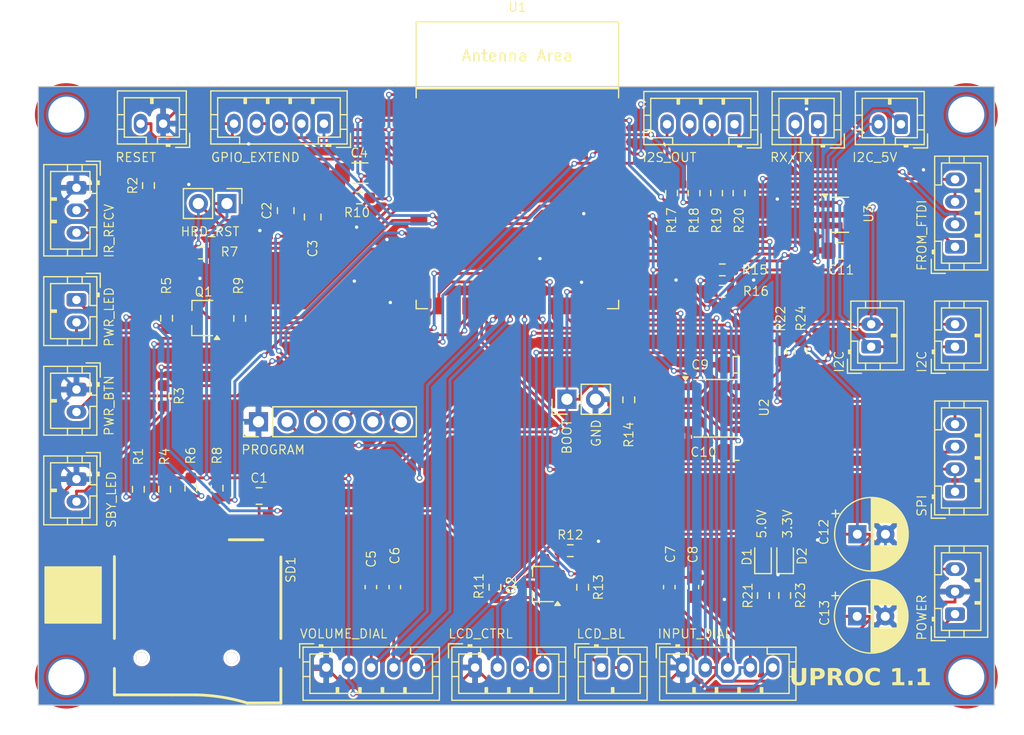
<source format=kicad_pcb>
(kicad_pcb (version 20240108) (generator "pcbnew") (generator_version "8.0")
  (layers (0 "F.Cu" signal) (31 "B.Cu" signal) (34 "B.Paste" user) (35 "F.Paste" user) (36 "B.SilkS" user "B.Silkscreen") (37 "F.SilkS" user "F.Silkscreen") (38 "B.Mask" user) (39 "F.Mask" user) (44 "Edge.Cuts" user))
  (net 0 "")
  (net 1 "GND")
  (net 2 "3V3")
  (net 3 "SCL")
  (net 4 "SDA")
  (net 5 "5V")
  (net 6 "SDA_5V")
  (net 7 "SCL_5V")
  (net 8 "POWER_LED")
  (net 9 "POWER_BUTTON")
  (net 10 "BACKLIGHT")
  (net 11 "TO_BACKLIGHT")
  (net 12 "TO_POWER_LED")
  (net 13 "RX")
  (net 14 "TX")
  (net 15 "ENABLE")
  (net 16 "VOL_CH1")
  (net 17 "VOL_CH2")
  (net 18 "INPUT_CH1")
  (net 19 "INPUT_CH2")
  (net 20 "BOOT")
  (net 21 "FROM_POWER_LED")
  (net 22 "FROM_BACKLIGHT")
  (net 23 "GPIO_INTA")
  (net 24 "GPIO_INTB")
  (net 25 "GPIO_RESET")
  (net 26 "IR_RECV")
  (net 27 "I2S_LRCLK")
  (net 28 "I2S_BCLK")
  (net 29 "I2S_MCLK")
  (net 30 "I2S_DATA")
  (net 31 "SPI_MISO")
  (net 32 "SPI_CLK")
  (net 33 "SPI_CS")
  (net 34 "SPI_MOSI")
  (net 35 "SD_CD")
  (net 36 "HARD_RESET")
  (net 37 "Net-(D1-A)")
  (net 38 "Net-(D2-A)")
  (net 39 "Net-(Q1-B)")
  (net 40 "Net-(Q2-B)")
  (net 43 "SPI_CS2")
  (net 44 "Net-(J4-Pin_2)")
  (net 45 "RX2")
  (net 46 "TX2")
  (net 47 "Net-(U1-GPIO1{slash}TOUCH1{slash}ADC1_CH0)")
  (net 48 "Net-(U1-GPIO2{slash}TOUCH2{slash}ADC1_CH1)")
  (net 49 "Net-(U1-MTMS{slash}GPIO42)")
  (net 50 "Net-(U1-MTDI{slash}GPIO41{slash}CLK_OUT1)")
  (net 51 "DONTUSE4")
  (net 52 "USB_D+")
  (net 53 "USB_D-")
  (net 54 "DONTUSE3")
  (net 55 "INPUT_BUTTON")
  (net 56 "VOL_BUTTON")
  (net 57 "STANDBY_LED")
  (footprint "Connector_JST:JST_PH_B4B-PH-K_1x04_P2.00mm_Vertical" (layer "F.Cu") (at 170.4 99.0167 90)
    (property "Reference" "J19" (hide yes))
    (property "Value" "Conn_01x04_Pin")
  )
  (footprint "Connector_JST:JST_PH_B2B-PH-K_1x02_P2.00mm_Vertical" (layer "F.Cu") (at 92.3 81.9667 -90)
    (property "Reference" "J2" (hide yes))
    (property "Value" "Conn_01x02_Male")
  )
  (footprint "MountingHole:MountingHole_3.2mm_M3_DIN965_Pad_TopOnly" (layer "F.Cu") (at 171.4 115.5)
    (property "Reference" "H4" (hide yes))
    (property "Value" "MountingHole")
  )
  (footprint "Capacitor_THT:CP_Radial_D6.3mm_P2.50mm" (layer "F.Cu") (at 161.7 110.1)
    (property "Reference" "C13")
    (property "Value" "10V 220u")
  )
  (footprint "Package_TO_SOT_SMD:TSOT-23" (layer "F.Cu") (at 103.51 83.6 180)
    (property "Reference" "Q1")
    (property "Value" "BC817")
  )
  (footprint "Capacitor_SMD:C_0603_1608Metric_Pad1.08x0.95mm_HandSolder" (layer "F.Cu") (at 118.4705 107.5 -90)
    (property "Reference" "C5")
    (property "Value" "10N")
  )
  (footprint "MountingHole:MountingHole_3.2mm_M3_DIN965_Pad_TopOnly" (layer "F.Cu") (at 91.4 65.5 90)
    (property "Reference" "H1" (hide yes))
    (property "Value" "MountingHole")
  )
  (footprint "Capacitor_SMD:C_0603_1608Metric_Pad1.08x0.95mm_HandSolder" (layer "F.Cu") (at 145 107.5 -90)
    (property "Reference" "C7")
    (property "Value" "10N")
  )
  (footprint "Resistor_SMD:R_0603_1608Metric_Pad0.98x0.95mm_HandSolder" (layer "F.Cu") (at 149.7125 79.3 180)
    (property "Reference" "R15")
    (property "Value" "4.7K")
  )
  (footprint "MountingHole:MountingHole_3.2mm_M3_DIN965_Pad_TopOnly" (layer "F.Cu") (at 91.4 115.5 90)
    (property "Reference" "H2" (hide yes))
    (property "Value" "MountingHole")
  )
  (footprint "Connector_JST:JST_PH_B2B-PH-K_1x02_P2.00mm_Vertical" (layer "F.Cu") (at 165.6 66.35 180)
    (property "Reference" "J16" (hide yes))
    (property "Value" "Conn_01x02_Male")
  )
  (footprint "Connector_JST:JST_PH_B2B-PH-K_1x02_P2.00mm_Vertical" (layer "F.Cu") (at 92.3 89.9333 -90)
    (property "Reference" "J3" (hide yes))
    (property "Value" "Conn_01x02_Male")
  )
  (footprint "Connector_PinHeader_2.54mm:PinHeader_1x02_P2.54mm_Vertical" (layer "F.Cu") (at 105.675 73.4 -90)
    (property "Reference" "J6" (hide yes))
    (property "Value" "Conn_01x02_Male")
  )
  (footprint "Connector_JST:JST_PH_B5B-PH-K_1x05_P2.00mm_Vertical" (layer "F.Cu") (at 114.3 66.3 180)
    (property "Reference" "J7" (hide yes))
    (property "Value" "Conn_01x05_Pin")
  )
  (footprint "Capacitor_SMD:C_0805_2012Metric_Pad1.18x1.45mm_HandSolder" (layer "F.Cu") (at 113.3 74.6 -90)
    (property "Reference" "C3")
    (property "Value" "0.1U")
  )
  (footprint "Connector_JST:JST_PH_B2B-PH-K_1x02_P2.00mm_Vertical" (layer "F.Cu") (at 100 66.3 180)
    (property "Reference" "J5" (hide yes))
    (property "Value" "Conn_01x02_Male")
  )
  (footprint "Connector_PinHeader_2.54mm:PinHeader_1x06_P2.54mm_Vertical" (layer "F.Cu") (at 108.48 92.8 90)
    (property "Reference" "J21" (hide yes))
    (property "Value" "Conn_01x06")
  )
  (footprint "PCM_Espressif:ESP32-S3-WROOM-1" (layer "F.Cu") (at 131.495 73)
    (property "Reference" "U1")
    (property "Value" "ESP32-S3-WROOM-1")
  )
  (footprint "Capacitor_SMD:C_0805_2012Metric_Pad1.18x1.45mm_HandSolder" (layer "F.Cu") (at 110.9 74.0375 90)
    (property "Reference" "C2")
    (property "Value" "10N")
  )
  (footprint "Connector_JST:JST_PH_B4B-PH-K_1x04_P2.00mm_Vertical" (layer "F.Cu") (at 170.4 77.25 90)
    (property "Reference" "J17" (hide yes))
    (property "Value" "Conn_01x04_Pin")
  )
  (footprint "Resistor_SMD:R_0603_1608Metric_Pad0.98x0.95mm_HandSolder" (layer "F.Cu") (at 106.81 83.6125 -90)
    (property "Reference" "R9")
    (property "Value" "1K")
  )
  (footprint "Resistor_SMD:R_0603_1608Metric_Pad0.98x0.95mm_HandSolder" (layer "F.Cu") (at 100.31 83.6 -90)
    (property "Reference" "R5")
    (property "Value" "700R")
  )
  (footprint "Package_SO:SOIC-8_3.9x4.9mm_P1.27mm" (layer "F.Cu") (at 149.1375 91.6)
    (property "Reference" "U2")
    (property "Value" "TCA9517DR")
  )
  (footprint "LED_SMD:LED_0603_1608Metric" (layer "F.Cu") (at 153.33 104.8125 90)
    (property "Reference" "D1")
    (property "Value" "RED")
  )
  (footprint "Capacitor_THT:CP_Radial_D6.3mm_P2.50mm" (layer "F.Cu") (at 161.7176 102.8)
    (property "Reference" "C12")
    (property "Value" "10V 220u")
  )
  (footprint "Resistor_SMD:R_0603_1608Metric_Pad0.98x0.95mm_HandSolder" (layer "F.Cu") (at 117.45 72.9)
    (property "Reference" "R10")
    (property "Value" "4.7K")
  )
  (footprint "Resistor_SMD:R_0603_1608Metric" (layer "F.Cu") (at 149.2 72.475 90)
    (property "Reference" "R19")
    (property "Value" "22R")
  )
  (footprint "Capacitor_SMD:C_0805_2012Metric_Pad1.18x1.45mm_HandSolder" (layer "F.Cu") (at 160.225 77.6 180)
    (property "Reference" "C11")
    (property "Value" "100n")
  )
  (footprint "Resistor_SMD:R_0603_1608Metric_Pad0.98x0.95mm_HandSolder" (layer "F.Cu") (at 102.4667 98.7 -90)
    (property "Reference" "R6")
    (property "Value" "50K")
  )
  (footprint "Package_TO_SOT_SMD:SOT-23-6" (layer "F.Cu") (at 160.1375 74.4)
    (property "Reference" "U3")
    (property "Value" "TMP100")
  )
  (footprint "Resistor_SMD:R_0603_1608Metric_Pad0.98x0.95mm_HandSolder" (layer "F.Cu") (at 103.4 77.8)
    (property "Reference" "R7")
    (property "Value" "4.7K")
  )
  (footprint "Resistor_SMD:R_0603_1608Metric_Pad0.98x0.95mm_HandSolder" (layer "F.Cu") (at 136.2 104.2625 180)
    (property "Reference" "R12")
    (property "Value" "4.7K")
  )
  (footprint "Capacitor_SMD:C_1206_3216Metric_Pad1.33x1.80mm_HandSolder" (layer "F.Cu") (at 117.5 70.7 180)
    (property "Reference" "C4")
    (property "Value" "10U")
  )
  (footprint "Resistor_SMD:R_0603_1608Metric_Pad0.98x0.95mm_HandSolder" (layer "F.Cu") (at 149.7125 81.2 180)
    (property "Reference" "R16")
    (property "Value" "4.7K")
  )
  (footprint "Resistor_SMD:R_0603_1608Metric_Pad0.98x0.95mm_HandSolder" (layer "F.Cu") (at 141.4 90.8476 90)
    (property "Reference" "R14")
    (property "Value" "4.7K")
  )
  (footprint "Connector_JST:JST_PH_B5B-PH-K_1x05_P2.00mm_Vertical" (layer "F.Cu") (at 146.2 114.65)
    (property "Reference" "J12" (hide yes))
    (property "Value" "Conn_01x05_Pin")
  )
  (footprint "Resistor_SMD:R_0603_1608Metric" (layer "F.Cu") (at 147.2 72.475 90)
    (property "Reference" "R18")
    (property "Value" "22R")
  )
  (footprint "Resistor_SMD:R_0603_1608Metric_Pad0.98x0.95mm_HandSolder" (layer "F.Cu") (at 104.8 98.7 -90)
    (property "Reference" "R8")
    (property "Value" "50K")
  )
  (footprint "Resistor_SMD:R_0603_1608Metric" (layer "F.Cu") (at 151.2 72.475 90)
    (property "Reference" "R20")
    (property "Value" "22R")
  )
  (footprint "Connector_JST:JST_PH_B2B-PH-K_1x02_P2.00mm_Vertical" (layer "F.Cu") (at 162.95 86.1333 90)
    (property "Reference" "J15" (hide yes))
    (property "Value" "Conn_01x02_Male")
  )
  (footprint "Resistor_SMD:R_0603_1608Metric_Pad0.98x0.95mm_HandSolder" (layer "F.Cu") (at 98.7 71.8 90)
    (property "Reference" "R2")
    (property "Value" "4.7K")
  )
  (footprint "Connector_JST:JST_PH_B4B-PH-K_1x04_P2.00mm_Vertical" (layer "F.Cu") (at 127.7333 114.65)
    (property "Reference" "J9" (hide yes))
    (property "Value" "Conn_01x04_Pin")
  )
  (footprint "Resistor_SMD:R_0603_1608Metric_Pad0.98x0.95mm_HandSolder" (layer "F.Cu") (at 100.1333 98.8 -90)
    (property "Reference" "R4")
    (property "Value" "50K")
  )
  (footprint "Connector_JST:JST_PH_B5B-PH-K_1x05_P2.00mm_Vertical" (layer "F.Cu") (at 114.5 114.65)
    (property "Reference" "J8" (hide yes))
    (property "Value" "Conn_01x05_Pin")
  )
  (footprint "Capacitor_SMD:C_0805_2012Metric_Pad1.18x1.45mm_HandSolder" (layer "F.Cu") (at 150.9375 87.735 180)
    (property "Reference" "C9")
    (property "Value" "0.1U")
  )
  (footprint "Connector_JST:JST_PH_B2B-PH-K_1x02_P2.00mm_Vertical" (layer "F.Cu") (at 138.9667 114.65)
    (property "Reference" "J11" (hide yes))
    (property "Value" "Conn_01x02_Male")
  )
  (footprint "Connector_JST:JST_PH_B2B-PH-K_1x02_P2.00mm_Vertical" (layer "F.Cu") (at 158.2 66.35 180)
    (property "Reference" "J14" (hide yes))
    (property "Value" "Conn_01x02_Male")
  )
  (footprint "Resistor_SMD:R_0603_1608Metric_Pad0.98x0.95mm_HandSolder" (layer "F.Cu") (at 97.8 98.8 90)
    (property "Reference" "R1")
    (property "Value" "50K")
  )
  (footprint "Resistor_SMD:R_0603_1608Metric_Pad0.98x0.95mm_HandSolder" (layer "F.Cu") (at 156.7 86.5125 -90)
    (property "Reference" "R24")
    (property "Value" "4.7K")
  )
  (footprint "Capacitor_SMD:C_0805_2012Metric_Pad1.18x1.45mm_HandSolder" (layer "F.Cu") (at 150.9375 95.5 180)
    (property "Reference" "C10")
    (property "Value" "0.1U")
  )
  (footprint "Package_TO_SOT_SMD:TSOT-23" (layer "F.Cu") (at 133.79 107.2475 180)
    (property "Reference" "Q2")
    (property "Value" "BC817")
  )
  (footprint "Resistor_SMD:R_0603_1608Metric_Pad0.98x0.95mm_HandSolder" (layer "F.Cu") (at 137.3 107.5125 -90)
    (property "Reference" "R13")
    (property "Value" "1K")
  )
  (footprint "Connector_JST:JST_PH_B4B-PH-K_1x04_P2.00mm_Vertical" (layer "F.Cu") (at 150.8 66.35 180)
    (property "Reference" "J13" (hide yes))
    (property "Value" "Conn_01x04_Pin")
  )
  (footprint "Connector_JST:JST_PH_B3B-PH-K_1x03_P2.00mm_Vertical" (layer "F.Cu") (at 170.4 109.9 90)
    (property "Reference" "J20" (hide yes))
    (property "Value" "Conn_01x03_Pin")
  )
  (footprint "Resistor_SMD:R_0603_1608Metric_Pad0.98x0.95mm_HandSolder" (layer "F.Cu") (at 100 90.5 -90)
    (property "Reference" "R3")
    (property "Value" "150R")
  )
  (footprint "Capacitor_SMD:C_0603_1608Metric_Pad1.08x0.95mm_HandSolder" (layer "F.Cu") (at 120.6 107.5 -90)
    (property "Reference" "C6")
    (property "Value" "10N")
  )
  (footprint "Capacitor_SMD:C_0603_1608Metric_Pad1.08x0.95mm_HandSolder" (layer "F.Cu") (at 147.1 107.5 -90)
    (property "Reference" "C8")
    (property "Value" "10N")
  )
  (footprint "Resistor_SMD:R_0603_1608Metric_Pad0.98x0.95mm_HandSolder" (layer "F.Cu") (at 129.5 107.5125 90)
    (property "Reference" "R11")
    (property "Value" "75R")
  )
  (footprint "Connector_PinHeader_2.54mm:PinHeader_1x02_P2.54mm_Vertical" (layer "F.Cu") (at 135.9 90.8 90)
    (property "Reference" "J10" (hide yes))
    (property "Value" "Conn_01x02_Male")
  )
  (footprint "Resistor_SMD:R_0603_1608Metric_Pad0.98x0.95mm_HandSolder" (layer "F.Cu") (at 155.26 108.2475 90)
    (property "Reference" "R23")
    (property "Value" "150R")
  )
  (footprint "LED_SMD:LED_0603_1608Metric" (layer "F.Cu") (at 155.3 104.8125 90)
    (property "Reference" "D2")
    (property "Value" "BLUE")
  )
  (footprint "easyeda2kicad:TF-SMD_TF-115-BCP9" (layer "F.Cu") (at 103.05 108.1)
    (property "Reference" "SD1")
    (property "Value" "TF-115-BCP9")
  )
  (footprint "Resistor_SMD:R_0603_1608Metric_Pad0.98x0.95mm_HandSolder" (layer "F.Cu") (at 153.37 108.2475 90)
    (property "Reference" "R21")
    (property "Value" "1000R")
  )
  (footprint "Resistor_SMD:R_0603_1608Metric_Pad0.98x0.95mm_HandSolder" (layer "F.Cu") (at 154.9 86.5125 -90)
    (property "Reference" "R22")
    (property "Value" "4.7K")
  )
  (footprint "MountingHole:MountingHole_3.2mm_M3_DIN965_Pad_TopOnly" (layer "F.Cu") (at 171.4 65.5 90)
    (property "Reference" "H3" (hide yes))
    (property "Value" "MountingHole")
  )
  (footprint "Capacitor_SMD:C_0805_2012Metric_Pad1.18x1.45mm_HandSolder" (layer "F.Cu") (at 108.5375 99.4 180)
    (property "Reference" "C1")
    (property "Value" "10N")
  )
  (footprint "Connector_JST:JST_PH_B2B-PH-K_1x02_P2.00mm_Vertical" (layer "F.Cu") (at 170.4 86.1333 90)
    (property "Reference" "J18" (hide yes))
    (property "Value" "Conn_01x02_Male")
  )
  (footprint "Resistor_SMD:R_0603_1608Metric" (layer "F.Cu") (at 145.2 72.475 90)
    (property "Reference" "R17")
    (property "Value" "22R")
  )
  (footprint "Connector_JST:JST_PH_B3B-PH-K_1x03_P2.00mm_Vertical" (layer "F.Cu") (at 92.3 72 -90)
    (property "Reference" "J1" (hide yes))
    (property "Value" "Conn_01x03_Pin")
  )
  (footprint "Connector_JST:JST_PH_B2B-PH-K_1x02_P2.00mm_Vertical" (layer "F.Cu") (at 92.3 97.9 -90)
    (property "Reference" "J4" (hide yes))
    (property "Value" "Conn_01x02_Male")
  )
  (gr_rect (start 89.5 105.7) (end 94.5 110.7) (stroke (width 0.1)) (fill solid) (layer "F.SilkS"))
  (gr_line (start 88.9 118) (end 88.9 63) (stroke (width 0.1)) (layer "Edge.Cuts"))
  (gr_line (start 173.9 63) (end 173.9 118) (stroke (width 0.1)) (layer "Edge.Cuts"))
  (gr_line (start 173.9 118) (end 88.9 118) (stroke (width 0.1)) (layer "Edge.Cuts"))
  (gr_line (start 88.9 63) (end 173.9 63) (stroke (width 0.1)) (layer "Edge.Cuts"))
  (gr_text "GND\n" (at 138.5 95.099981 90) (layer "F.SilkS") (effects (font (size 0.8 0.8) (thickness 0.1)) (justify left)))
  (gr_text "RESET" (at 95.7 69.3 0) (layer "F.SilkS") (effects (font (size 0.8 0.8) (thickness 0.1)) (justify left)))
  (gr_text "INPUT_DIAL" (at 143.9 111.65 0) (layer "F.SilkS") (effects (font (size 0.8 0.8) (thickness 0.1)) (justify left)))
  (gr_text "5.0V" (at 153.22 103.2475 90) (layer "F.SilkS") (effects (font (size 0.8 0.8) (thickness 0.1)) (justify left)))
  (gr_text "I2C" (at 167.45 88.5 90) (layer "F.SilkS") (effects (font (size 0.8 0.8) (thickness 0.1)) (justify left)))
  (gr_text "PROGRAM" (at 106.9 95.3 0) (layer "F.SilkS") (effects (font (size 0.8 0.8) (thickness 0.1)) (justify left)))
  (gr_text "LCD_CTRL\n" (at 125.3 111.65 0) (layer "F.SilkS") (effects (font (size 0.8 0.8) (thickness 0.1)) (justify left)))
  (gr_text "POWER" (at 167.45 112.3 90) (layer "F.SilkS") (effects (font (size 0.8 0.8) (thickness 0.1)) (justify left)))
  (gr_text "IR_RECV" (at 95.2 78.3 90) (layer "F.SilkS") (effects (font (size 0.8 0.8) (thickness 0.1)) (justify left)))
  (gr_text "VOLUME_DIAL" (at 112.1 111.65 0) (layer "F.SilkS") (effects (font (size 0.8 0.8) (thickness 0.1)) (justify left)))
  (gr_text "UPROC 1.1" (at 168.3 115.6 0) (layer "F.SilkS") (effects (font (size 1.5 1.5) (thickness 0.1) (bold yes)) (justify right)))
  (gr_text "LCD_BL\n" (at 136.7 111.65 0) (layer "F.SilkS") (effects (font (size 0.8 0.8) (thickness 0.1)) (justify left)))
  (gr_text "BOOT" (at 135.9 95.7476 90) (layer "F.SilkS") (effects (font (size 0.8 0.8) (thickness 0.1)) (justify left)))
  (gr_text "I2C_5V" (at 161.2 69.3 0) (layer "F.SilkS") (effects (font (size 0.8 0.8) (thickness 0.1)) (justify left)))
  (gr_text "PWR_LED" (at 95.2 86.2 90) (layer "F.SilkS") (effects (font (size 0.8 0.8) (thickness 0.1)) (justify left)))
  (gr_text "SPI" (at 167.45 101.3 90) (layer "F.SilkS") (effects (font (size 0.8 0.8) (thickness 0.1)) (justify left)))
  (gr_text "SBY_LED" (at 95.4 102.3 90) (layer "F.SilkS") (effects (font (size 0.8 0.8) (thickness 0.1)) (justify left)))
  (gr_text "GPIO_EXTEND" (at 104.2 69.3 0) (layer "F.SilkS") (effects (font (size 0.8 0.8) (thickness 0.1)) (justify left)))
  (gr_text "HRD_RST" (at 101.5 75.9 0) (layer "F.SilkS") (effects (font (size 0.8 0.8) (thickness 0.1)) (justify left)))
  (gr_text "RX/TX" (at 153.9 69.3 0) (layer "F.SilkS") (effects (font (size 0.8 0.8) (thickness 0.1)) (justify left)))
  (gr_text "3.3V" (at 155.51 103.2475 90) (layer "F.SilkS") (effects (font (size 0.8 0.8) (thickness 0.1)) (justify left)))
  (gr_text "I2S_OUT" (at 142.55 69.3 0) (layer "F.SilkS") (effects (font (size 0.8 0.8) (thickness 0.1)) (justify left)))
  (gr_text "FROM_FTDI" (at 167.45 79.450018 90) (layer "F.SilkS") (effects (font (size 0.8 0.8) (thickness 0.1)) (justify left)))
  (gr_text "PWR_BTN" (at 95.2 94.116 90) (layer "F.SilkS") (effects (font (size 0.8 0.8) (thickness 0.1)) (justify left)))
  (gr_text "I2C" (at 160.1 88.5 90) (layer "F.SilkS") (effects (font (size 0.8 0.8) (thickness 0.1)) (justify left)))
  (segment (start 170.4 107.9) (end 170.4 108.8267) (width 0.25) (layer "F.Cu") (net 1))
  (segment (start 95.3 103.8) (end 95.4267 103.9267) (width 0.25) (layer "F.Cu") (net 1))
  (segment (start 129.995 72.46) (end 128.595 72.46) (width 0.25) (layer "F.Cu") (net 1))
  (segment (start 95.3 111.9733) (end 110.8 111.9733) (width 0.25) (layer "F.Cu") (net 1))
  (segment (start 165.4733 108.8267) (end 164.2 110.1) (width 0.25) (layer "F.Cu") (net 1))
  (segment (start 109.575 99.4) (end 109.575 102.3983) (width 0.25) (layer "F.Cu") (net 1))
  (segment (start 135.2875 104.2625) (end 135.1 104.45) (width 0.25) (layer "F.Cu") (net 1))
  (segment (start 109.9 103.8) (end 109.9 103.9252) (width 0.25) (layer "F.Cu") (net 1))
  (segment (start 114.3233 114.8267) (end 114.5 114.65) (width 0.25) (layer "F.Cu") (net 1))
  (segment (start 120.6 106.6375) (end 118.4705 106.6375) (width 0.25) (layer "F.Cu") (net 1))
  (segment (start 132.1717 71.06) (end 132.1717 64.74) (width 0.25) (layer "F.Cu") (net 1))
  (segment (start 104.3125 80.0568) (end 103.278 80.0568) (width 0.25) (layer "F.Cu") (net 1))
  (segment (start 92.3 97.9) (end 91.0827 99.1173) (width 0.25) (layer "F.Cu") (net 1))
  (segment (start 99.8 103.9252) (end 99.8 103.9267) (width 0.25) (layer "F.Cu") (net 1))
  (segment (start 130.695 71.06) (end 129.995 71.06) (width 0.25) (layer "F.Cu") (net 1))
  (segment (start 102.286 71.6997) (end 102.286 71.7716) (width 0.25) (layer "F.Cu") (net 1))
  (segment (start 116.7097 104.8767) (end 118.4705 106.6375) (width 0.25) (layer "F.Cu") (net 1))
  (segment (start 121.4813 64.553) (end 101.747 64.553) (width 0.25) (layer "F.Cu") (net 1))
  (segment (start 136.127 103.423) (end 138.7032 103.423) (width 0.25) (layer "F.Cu") (net 1))
  (segment (start 122.745 64.74) (end 121.6683 64.74) (width 0.25) (layer "F.Cu") (net 1))
  (segment (start 110.9 73) (end 109.6716 71.7716) (width 0.25) (layer "F.Cu") (net 1))
  (segment (start 99.8 103.9252) (end 100.2532 104.3784) (width 0.25) (layer "F.Cu") (net 1))
  (segment (start 95.3 113.4) (end 95.3 111.9733) (width 0.25) (layer "F.Cu") (net 1))
  (segment (start 149.8434 87.6784) (end 144.9657 87.6784) (width 0.25) (layer "F.Cu") (net 1))
  (segment (start 109.4468 104.3784) (end 109.9 103.9252) (width 0.25) (layer "F.Cu") (net 1))
  (segment (start 159 75.35) (end 159 74.4) (width 0.25) (layer "F.Cu") (net 1))
  (segment (start 113.2 70.7) (end 110.9 73) (width 0.25) (layer "F.Cu") (net 1))
  (segment (start 99.8 103.8133) (end 99.8 103.9252) (width 0.25) (layer "F.Cu") (net 1))
  (segment (start 92.3 72) (end 97.9875 72) (width 0.25) (layer "F.Cu") (net 1))
  (segment (start 149.9 95.5) (end 148.6575 95.5) (width 0.25) (layer "F.Cu") (net 1))
  (segment (start 110.8 114.8267) (end 114.3233 114.8267) (width 0.25) (layer "F.Cu") (net 1))
  (segment (start 110.8 113.4) (end 110.8 114.8267) (width 0.25) (layer "F.Cu") (net 1))
  (segment (start 99.8 102.8) (end 99.8 103.8133) (width 0.25) (layer "F.Cu") (net 1))
  (segment (start 144.9536 115.8964) (end 144.9146 115.8574) (width 0.25) (layer "F.Cu") (net 1))
  (segment (start 155.3 105.7609) (end 155.3 105.6) (width 0.25) (layer "F.Cu") (net 1))
  (segment (start 157.613 77.7145) (end 157.915 77.4125) (width 0.25) (layer "F.Cu") (net 1))
  (segment (start 129.3373 115.8574) (end 129.139 116.0557) (width 0.25) (layer "F.Cu") (net 1))
  (segment (start 146.2 114.65) (end 144.9536 115.8964) (width 0.25) (layer "F.Cu") (net 1))
  (segment (start 104.82 82.65) (end 104.82 80.5643) (width 0.25) (layer "F.Cu") (net 1))
  (segment (start 115.7185 115.8685) (end 126.5148 115.8685) (width 0.25) (layer "F.Cu") (net 1))
  (segment (start 129.995 73.86) (end 128.595 73.86) (width 0.25) (layer "F.Cu") (net 1))
  (segment (start 130.695 73.86) (end 129.995 73.86) (width 0.25) (layer "F.Cu") (net 1))
  (segment (start 100.2532 104.3784) (end 109.4468 104.3784) (width 0.25) (layer "F.Cu") (net 1))
  (segment (start 147.1 106.6375) (end 145 106.6375) (width 0.25) (layer "F.Cu") (net 1))
  (segment (start 115.9375 70.7) (end 113.2 70.7) (width 0.25) (layer "F.Cu") (net 1))
  (segment (start 104.82 80.5643) (end 104.3125 80.0568) (width 0.25) (layer "F.Cu") (net 1))
  (segment (start 130.695 73.86) (end 130.695 72.46) (width 0.25) (layer "F.Cu") (net 1))
  (segment (start 147.1 106.6375) (end 148.1375 105.6) (width 0.25) (layer "F.Cu") (net 1))
  (segment (start 147.1 103.423) (end 150.0448 103.423) (width 0.25) (layer "F.Cu") (net 1))
  (segment (start 158.1153 103.2502) (end 158.1776 103.3125) (width 0.25) (layer "F.Cu") (net 1))
  (segment (start 130.695 72.46) (end 130.695 71.06) (width 0.25) (layer "F.Cu") (net 1))
  (segment (start 110.9 73) (end 112.7375 73) (width 0.25) (layer "F.Cu") (net 1))
  (segment (start 139.6167 91.3148) (end 139.6167 90.8) (width 0.25) (layer "F.Cu") (net 1))
  (segment (start 131.395 71.06) (end 130.695 71.06) (width 0.25) (layer "F.Cu") (net 1))
  (segment (start 101.747 64.553) (end 100 66.3) (width 0.25) (layer "F.Cu") (net 1))
  (segment (start 138.44 90.8) (end 139.6167 90.8) (width 0.25) (layer "F.Cu") (net 1))
  (segment (start 109.9 104.8767) (end 116.7097 104.8767) (width 0.25) (layer "F.Cu") (net 1))
  (segment (start 129.995 71.06) (end 128.595 71.06) (width 0.25) (layer "F.Cu") (net 1))
  (segment (start 148.6575 95.5) (end 146.6625 93.505) (width 0.25) (layer "F.Cu") (net 1))
  (segment (start 131.395 71.06) (end 132.1717 71.06) (width 0.25) (layer "F.Cu") (net 1))
  (segment (start 131.395 73.86) (end 130.695 73.86) (width 0.25) (layer "F.Cu") (net 1))
  (segment (start 157.915 77.4125) (end 159 77.4125) (width 0.25) (layer "F.Cu") (net 1))
  (segment (start 132.1717 64.74) (end 122.745 64.74) (width 0.25) (layer "F.Cu") (net 1))
  (segment (start 112.7375 73) (end 113.3 73.5625) (width 0.25) (layer "F.Cu") (net 1))
  (segment (start 114.5 114.65) (end 115.7185 115.8685) (width 0.25) (layer "F.Cu") (net 1))
  (segment (start 109.6716 71.7716) (end 102.286 71.7716) (width 0.25) (layer "F.Cu") (net 1))
  (segment (start 144.9657 87.6784) (end 141.8441 90.8) (width 0.25) (layer "F.Cu") (net 1))
  (segment (start 159.1875 77.6) (end 159 77.4125) (width 0.25) (layer "F.Cu") (net 1))
  (segment (start 109.9 103.8) (end 109.9 102.7233) (width 0.25) (layer "F.Cu") (net 1))
  (segment (start 130.695 72.46) (end 129.995 72.46) (width 0.25) (layer "F.Cu") (net 1))
  (segment (start 116.1358 106.6375) (end 110.8 111.9733) (width 0.25) (layer "F.Cu") (net 1))
  (segment (start 118.4705 106.6375) (end 116.1358 106.6375) (width 0.25) (layer "F.Cu") (net 1))
  (segment (start 121.6683 64.74) (end 121.4813 64.553) (width 0.25) (layer "F.Cu") (net 1))
  (segment (start 150.0448 103.423) (end 150.2176 103.2502) (width 0.25) (layer "F.Cu") (net 1))
  (segment (start 135.2875 104.2625) (end 136.127 103.423) (width 0.25) (layer "F.Cu") (net 1))
  (segment (start 131.395 72.46) (end 130.695 72.46) (width 0.25) (layer "F.Cu") (net 1))
  (segment (start 170.4 108.8267) (end 165.4733 108.8267) (width 0.25) (layer "F.Cu") (net 1))
  (segment (start 146.6625 93.505) (end 141.8069 93.505) (width 0.25) (layer "F.Cu") (net 1))
  (segment (start 140.245 64.74) (end 132.1717 64.74) (width 0.25) (layer "F.Cu") (net 1))
  (segment (start 109.575 102.3983) (end 109.9 102.7233) (width 0.25) (layer "F.Cu") (net 1))
  (segment (start 104.3125 77.8) (end 104.3125 80.0568) (width 0.25) (layer "F.Cu") (net 1))
  (segment (start 95.3 103.8) (end 94.3733 103.8) (width 0.25) (layer "F.Cu") (net 1))
  (segment (start 95.4267 103.9267) (end 99.8 103.9267) (width 0.25) (layer "F.Cu") (net 1))
  (segment (start 159 74.4) (end 161.275 74.4) (width 0.25) (layer "F.Cu") (net 1))
  (segment (start 129.139 116.0557) (end 127.7333 114.65) (width 0.25) (layer "F.Cu") (net 1))
  (segment (start 141.8069 93.505) (end 139.6167 91.3148) (width 0.25) (layer "F.Cu") (net 1))
  (segment (start 159 77.4125) (end 159 75.35) (width 0.25) (layer "F.Cu") (net 1))
  (segment (start 102.286 71.7716) (end 99.6409 71.7716) (width 0.25) (layer "F.Cu") (net 1))
  (segment (start 126.5148 115.8685) (end 127.7333 114.65) (width 0.25) (layer "F.Cu") (net 1))
  (segment (start 141.8441 90.8) (end 139.6167 90.8) (width 0.25) (layer "F.Cu") (net 1))
  (segment (start 148.1375 105.6) (end 153.33 105.6) (width 0.25) (layer "F.Cu") (net 1))
  (segment (start 97.9875 72) (end 98.7 72.7125) (width 0.25) (layer "F.Cu") (net 1))
  (segment (start 138.7032 103.423) (end 147.1 103.423) (width 0.25) (layer "F.Cu") (net 1))
  (segment (start 144.9146 115.8574) (end 129.3373 115.8574) (width 0.25) (layer "F.Cu") (net 1))
  (segment (start 135.1 104.45) (end 135.1 106.2975) (width 0.25) (layer "F.Cu") (net 1))
  (segment (start 91.0827 99.1173) (end 91.0827 100.5094) (width 0.25) (layer "F.Cu") (net 1))
  (segment (start 150.2176 103.2502) (end 158.1153 103.2502) (width 0.25) (layer "F.Cu") (net 1))
  (segment (start 149.9 87.735) (end 149.8434 87.6784) (width 0.25) (layer "F.Cu") (net 1))
  (segment (start 154.6661 106.3948) (end 155.3 105.7609) (width 0.25) (layer "F.Cu") (net 1))
  (segment (start 147.1 103.423) (end 147.1 106.6375) (width 0.25) (layer "F.Cu") (net 1))
  (segment (start 109.9 103.9252) (end 109.9 104.8767) (width 0.25) (layer "F.Cu") (net 1))
  (segment (start 91.0827 100.5094) (end 94.3733 103.8) (width 0.25) (layer "F.Cu") (net 1))
  (segment (start 99.6409 71.7716) (end 98.7 72.7125) (width 0.25) (layer "F.Cu") (net 1))
  (segment (start 110.8 113.4) (end 110.8 111.9733) (width 0.25) (layer "F.Cu") (net 1))
  (via (at 133.5 78.3) (size 0.5) (drill 0.3) (layers "F.Cu" "B.Cu") (net 1))
  (via (at 102.286 71.6997) (size 0.5) (drill 0.3) (layers "F.Cu" "B.Cu") (net 1))
  (via (at 154.6661 106.3948) (size 0.5) (drill 0.3) (layers "F.Cu" "B.Cu") (net 1))
  (via (at 157.613 77.7145) (size 0.5) (drill 0.3) (layers "F.Cu" "B.Cu") (net 1))
  (via (at 154.6 73) (size 0.5) (drill 0.3) (layers "F.Cu" "B.Cu") (net 1))
  (via (at 137.4 74.3) (size 0.5) (drill 0.3) (layers "F.Cu" "B.Cu") (net 1))
  (via (at 138.7032 103.423) (size 0.5) (drill 0.3) (layers "F.Cu" "B.Cu") (net 1))
  (via (at 145.6 80.2) (size 0.5) (drill 0.3) (layers "F.Cu" "B.Cu") (net 1))
  (via (at 119.9 76.6) (size 0.5) (drill 0.3) (layers "F.Cu" "B.Cu") (net 1))
  (via (at 117 80.3) (size 0.5) (drill 0.3) (layers "F.Cu" "B.Cu") (net 1))
  (via (at 108.6 75.8) (size 0.5) (drill 0.3) (layers "F.Cu" "B.Cu") (net 1))
  (via (at 103.278 80.0568) (size 0.5) (drill 0.3) (layers "F.Cu" "B.Cu") (net 1))
  (via (at 117.2 75.5) (size 0.5) (drill 0.3) (layers "F.Cu" "B.Cu") (net 1))
  (via (at 149.9 108.6) (size 0.5) (drill 0.3) (layers "F.Cu" "B.Cu") (net 1))
  (via (at 157.2 65) (size 0.5) (drill 0.3) (layers "F.Cu" "B.Cu") (net 1))
  (via (at 158.1776 103.3125) (size 0.5) (drill 0.3) (layers "F.Cu" "B.Cu") (net 1))
  (via (at 137.2 80.4) (size 0.5) (drill 0.3) (layers "F.Cu" "B.Cu") (net 1))
  (via (at 167.6 70.4) (size 0.5) (drill 0.3) (layers "F.Cu" "B.Cu") (net 1))
  (via (at 120.2 82.2) (size 0.5) (drill 0.3) (layers "F.Cu" "B.Cu") (net 1))
  (via (at 107.6 68.1) (size 0.5) (drill 0.3) (layers "F.Cu" "B.Cu") (net 1))
  (via (at 152.5 80.2) (size 0.5) (drill 0.3) (layers "F.Cu" "B.Cu") (net 1))
  (segment (start 155.0372 87.0589) (end 155.0372 80.2903) (width 0.25) (layer "B.Cu") (net 1))
  (segment (start 91.0983 91.135) (end 92.3 89.9333) (width 0.25) (layer "B.Cu") (net 1))
  (segment (start 160.4347 103.9304) (end 164.2 103.9304) (width 0.25) (layer "B.Cu") (net 1))
  (segment (start 158.9972 102.4929) (end 160.4347 103.9304) (width 0.25) (layer "B.Cu") (net 1))
  (segment (start 138.44 90.8) (end 138.44 91.9767) (width 0.25) (layer "B.Cu") (net 1))
  (segment (start 158.7826 102.2783) (end 154.6661 106.3948) (width 0.25) (layer "B.Cu") (net 1))
  (segment (start 92.3 97.9) (end 91.0983 96.6983) (width 0.25) (layer "B.Cu") (net 1))
  (segment (start 158.7826 102.2783) (end 158.7826 90.8043) (width 0.25) (layer "B.Cu") (net 1))
  (segment (start 138.7032 103.423) (end 138.7032 107.1532) (width 0.25) (layer "B.Cu") (net 1))
  (segment (start 158.7826 90.8043) (end 155.0372 87.0589) (width 0.25) (layer "B.Cu") (net 1))
  (segment (start 164.2176 102.8) (end 164.2176 103.9128) (width 0.25) (layer "B.Cu") (net 1))
  (segment (start 158.1776 103.3125) (end 158.9972 102.4929) (width 0.25) (layer "B.Cu") (net 1))
  (segment (start 164.2176 103.9128) (end 164.2 103.9304) (width 0.25) (layer "B.Cu") (net 1))
  (segment (start 101.9357 78.7145) (end 103.278 80.0568) (width 0.25) (layer "B.Cu") (net 1))
  (segment (start 155.0372 80.2903) (end 157.613 77.7145) (width 0.25) (layer "B.Cu") (net 1))
  (segment (start 138.44 103.1598) (end 138.7032 103.423) (width 0.25) (layer "B.Cu") (net 1))
  (segment (start 100 66.3) (end 102.286 68.586) (width 0.25) (layer "B.Cu") (net 1))
  (segment (start 102.286 71.6997) (end 101.9357 72.05) (width 0.25) (layer "B.Cu") (net 1))
  (segment (start 101.9357 72.05) (end 101.9357 78.7145) (width 0.25) (layer "B.Cu") (net 1))
  (segment (start 92.3 72) (end 91.0954 73.2046) (width 0.25) (layer "B.Cu") (net 1))
  (segment (start 158.9972 102.4929) (end 158.7826 102.2783) (width 0.25) (layer "B.Cu") (net 1))
  (segment (start 138.7032 107.1532) (end 146.2 114.65) (width 0.25) (layer "B.Cu") (net 1))
  (segment (start 91.0954 88.7287) (end 92.3 89.9333) (width 0.25) (layer "B.Cu") (net 1))
  (segment (start 91.0983 96.6983) (end 91.0983 91.135) (width 0.25) (layer "B.Cu") (net 1))
  (segment (start 102.286 68.586) (end 102.286 71.6997) (width 0.25) (layer "B.Cu") (net 1))
  (segment (start 138.44 91.9767) (end 138.44 103.1598) (width 0.25) (layer "B.Cu") (net 1))
  (segment (start 164.2 103.9304) (end 164.2 110.1) (width 0.25) (layer "B.Cu") (net 1))
  (segment (start 91.0954 73.2046) (end 91.0954 88.7287) (width 0.25) (layer "B.Cu") (net 1))
  (segment (start 92.3 74) (end 93.5017 74) (width 0.25) (layer "F.Cu") (net 2))
  (segment (start 116.5375 72.9) (end 114.8375 74.6) (width 0.25) (layer "F.Cu") (net 2))
  (segment (start 147.6853 91.6077) (end 145.3172 91.6077) (width 0.25) (layer "F.Cu") (net 2))
  (segment (start 102.4667 97.7875) (end 100.2333 97.7875) (width 0.25) (layer "F.Cu") (net 2))
  (segment (start 104.4983 73.0991) (end 103.6225 72.2233) (width 0.25) (layer "F.Cu") (net 2))
  (segment (start 110.8985 74.8819) (end 105.6124 74.8819) (width 0.25) (layer "F.Cu") (net 2))
  (segment (start 102 100.8182) (end 102 102.8) (width 0.25) (layer "F.Cu") (net 2))
  (segment (start 163.6716 111.2267) (end 162.8267 110.3818) (width 0.25) (layer "F.Cu") (net 2))
  (segment (start 104.4983 73.7678) (end 104.4983 73.4) (width 0.25) (layer "F.Cu") (net 2))
  (segment (start 116.5 97.48) (end 116.5 97.8595) (width 0.25) (layer "F.Cu") (net 2))
  (segment (start 104.4983 73.4) (end 104.4983 73.0991) (width 0.25) (layer "F.Cu") (net 2))
  (segment (start 151.975 95.5) (end 151.975 94.775) (width 0.25) (layer "F.Cu") (net 2))
  (segment (start 102.6475 72.2233) (end 100.8708 74) (width 0.25) (layer "F.Cu") (net 2))
  (segment (start 105.675 73.4) (end 104.4983 73.4) (width 0.25) (layer "F.Cu") (net 2))
  (segment (start 101.4833 100.3015) (end 102 100.8182) (width 0.25) (layer "F.Cu") (net 2))
  (segment (start 100.2333 97.7875) (end 100.1333 97.8875) (width 0.25) (layer "F.Cu") (net 2))
  (segment (start 141.4 91.7601) (end 145.1648 91.7601) (width 0.25) (layer "F.Cu") (net 2))
  (segment (start 117.6095 70.9588) (end 118.8037 70.9588) (width 0.25) (layer "F.Cu") (net 2))
  (segment (start 117.6095 71.828) (end 117.6095 70.9588) (width 0.25) (layer "F.Cu") (net 2))
  (segment (start 145.3172 90.6255) (end 146.2477 89.695) (width 0.25) (layer "F.Cu") (net 2))
  (segment (start 100.8708 74) (end 93.5017 74) (width 0.25) (layer "F.Cu") (net 2))
  (segment (start 147.3642 116.9917) (end 149.1267 115.2292) (width 0.25) (layer "F.Cu") (net 2))
  (segment (start 145.3172 91.6077) (end 145.3172 90.6255) (width 0.25) (layer "F.Cu") (net 2))
  (segment (start 111.1834 74.6) (end 110.9 74.8834) (width 0.25) (layer "F.Cu") (net 2))
  (segment (start 159.5625 79.3) (end 150.625 79.3) (width 0.25) (layer "F.Cu") (net 2))
  (segment (start 161.275 75.35) (end 161.2625 75.3625) (width 0.25) (layer "F.Cu") (net 2))
  (segment (start 151.975 94.775) (end 151.912499 94.712499) (width 0.25) (layer "F.Cu") (net 2))
  (segment (start 149.5826 93.505) (end 147.6853 91.6077) (width 0.25) (layer "F.Cu") (net 2))
  (segment (start 101.4833 99.2375) (end 101.4833 100.3015) (width 0.25) (layer "F.Cu") (net 2))
  (segment (start 107.428 97.7875) (end 107.5 97.8595) (width 0.25) (layer "F.Cu") (net 2))
  (segment (start 104.8 97.7875) (end 107.428 97.7875) (width 0.25) (layer "F.Cu") (net 2))
  (segment (start 145.1648 91.7601) (end 145.3172 91.6077) (width 0.25) (layer "F.Cu") (net 2))
  (segment (start 104.8 97.7875) (end 103.865 97.7875) (width 0.25) (layer "F.Cu") (net 2))
  (segment (start 155.26 109.16) (end 156.2 110.1) (width 0.25) (layer "F.Cu") (net 2))
  (segment (start 103.865 97.7875) (end 102.4667 97.7875) (width 0.25) (layer "F.Cu") (net 2))
  (segment (start 162.8267 110.3818) (end 162.8267 110.1) (width 0.25) (layer "F.Cu") (net 2))
  (segment (start 162.8267 110.3818) (end 157.351 115.8575) (width 0.25) (layer "F.Cu") (net 2))
  (segment (start 114.8375 74.6) (end 111.1834 74.6) (width 0.25) (layer "F.Cu") (net 2))
  (segment (start 122.745 66.01) (end 117.3063 66.01) (width 0.25) (layer "F.Cu") (net 2))
  (segment (start 169.0733 111.2267) (end 163.6716 111.2267) (width 0.25) (layer "F.Cu") (net 2))
  (segment (start 150.625 81.2) (end 150.625 80.25) (width 0.25) (layer "F.Cu") (net 2))
  (segment (start 161.7 110.1) (end 162.8267 110.1) (width 0.25) (layer "F.Cu") (net 2))
  (segment (start 107.5 97.8595) (end 116.5 97.8595) (width 0.25) (layer "F.Cu") (net 2))
  (segment (start 161.2625 77.6) (end 159.5625 79.3) (width 0.25) (layer "F.Cu") (net 2))
  (segment (start 146.2477 89.695) (end 146.6625 89.695) (width 0.25) (layer "F.Cu") (net 2))
  (segment (start 157.351 115.8575) (end 149.755 115.8575) (width 0.25) (layer "F.Cu") (net 2))
  (segment (start 151.912499 94.712499) (end 151.912499 93.804999) (width 0.25) (layer "F.Cu") (net 2))
  (segment (start 116.891 116.9917) (end 147.3642 116.9917) (width 0.25) (layer "F.Cu") (net 2))
  (segment (start 151.912499 93.804999) (end 151.6125 93.505) (width 0.25) (layer "F.Cu") (net 2))
  (segment (start 150.625 80.25) (end 147.7674 80.25) (width 0.25) (layer "F.Cu") (net 2))
  (segment (start 118.8037 70.9588) (end 119.0625 70.7) (width 0.25) (layer "F.Cu") (net 2))
  (segment (start 147.4404 88.9171) (end 147.7674 88.9171) (width 0.25) (layer "F.Cu") (net 2))
  (segment (start 156.2 110.1) (end 161.7 110.1) (width 0.25) (layer "F.Cu") (net 2))
  (segment (start 149.1267 115.2292) (end 149.1267 114.65) (width 0.25) (layer "F.Cu") (net 2))
  (segment (start 103.6225 72.2233) (end 102.6475 72.2233) (width 0.25) (layer "F.Cu") (net 2))
  (segment (start 148.2 114.65) (end 149.1267 114.65) (width 0.25) (layer "F.Cu") (net 2))
  (segment (start 161.2625 75.3625) (end 161.2625 77.6) (width 0.25) (layer "F.Cu") (net 2))
  (segment (start 97.8 97.8875) (end 100.1333 97.8875) (width 0.25) (layer "F.Cu") (net 2))
  (segment (start 100.1333 97.8875) (end 101.4833 99.2375) (width 0.25) (layer "F.Cu") (net 2))
  (segment (start 170.4 109.9) (end 169.0733 111.2267) (width 0.25) (layer "F.Cu") (net 2))
  (segment (start 149.755 115.8575) (end 149.1267 115.2292) (width 0.25) (layer "F.Cu") (net 2))
  (segment (start 105.6124 74.8819) (end 104.4983 73.7678) (width 0.25) (layer "F.Cu") (net 2))
  (segment (start 121.18 92.8) (end 116.5 97.48) (width 0.25) (layer "F.Cu") (net 2))
  (segment (start 150.625 80.25) (end 150.625 79.3) (width 0.25) (layer "F.Cu") (net 2))
  (segment (start 110.9 74.8834) (end 110.9 75.075) (width 0.25) (layer "F.Cu") (net 2))
  (segment (start 151.6125 93.505) (end 149.5826 93.505) (width 0.25) (layer "F.Cu") (net 2))
  (segment (start 110.9 74.8834) (end 110.8985 74.8819) (width 0.25) (layer "F.Cu") (net 2))
  (segment (start 146.6625 89.695) (end 147.4404 88.9171) (width 0.25) (layer "F.Cu") (net 2))
  (segment (start 116.5375 72.9) (end 117.6095 71.828) (width 0.25) (layer "F.Cu") (net 2))
  (segment (start 107.5 99.4) (end 107.5 97.8595) (width 0.25) (layer "F.Cu") (net 2))
  (via (at 116.5 97.8595) (size 0.5) (drill 0.3) (layers "F.Cu" "B.Cu") (net 2))
  (via (at 117.3063 66.01) (size 0.5) (drill 0.3) (layers "F.Cu" "B.Cu") (net 2))
  (via (at 117.6095 70.9588) (size 0.5) (drill 0.3) (layers "F.Cu" "B.Cu") (net 2))
  (via (at 147.7674 88.9171) (size 0.5) (drill 0.3) (layers "F.Cu" "B.Cu") (net 2))
  (via (at 147.7674 80.25) (size 0.5) (drill 0.3) (layers "F.Cu" "B.Cu") (net 2))
  (via (at 116.891 116.9917) (size 0.5) (drill 0.3) (layers "F.Cu" "B.Cu") (net 2))
  (via (at 103.865 97.7875) (size 0.5) (drill 0.3) (layers "F.Cu" "B.Cu") (net 2))
  (segment (start 117.6095 70.9588) (end 117.3063 70.6556) (width 0.25) (layer "B.Cu") (net 2))
  (segment (start 105.675 74.5767) (end 103.865 76.3867) (width 0.25) (layer "B.Cu") (net 2))
  (segment (start 116.5 114.65) (end 116.5 115.8517) (width 0.25) (layer "B.Cu") (net 2))
  (segment (start 103.865 76.3867) (end 103.865 97.7875) (width 0.25) (layer "B.Cu") (net 2))
  (segment (start 148.2 114.65) (end 148.2 89.3497) (width 0.25) (layer "B.Cu") (net 2))
  (segment (start 147.7674 80.25) (end 147.7674 88.9171) (width 0.25) (layer "B.Cu") (net 2))
  (segment (start 116.5 114.65) (end 116.5 97.8595) (width 0.25) (layer "B.Cu") (net 2))
  (segment (start 148.2 89.3497) (end 147.7674 88.9171) (width 0.25) (layer "B.Cu") (net 2))
  (segment (start 116.5 115.8517) (end 116.891 116.2427) (width 0.25) (layer "B.Cu") (net 2))
  (segment (start 105.675 73.4) (end 105.675 74.5767) (width 0.25) (layer "B.Cu") (net 2))
  (segment (start 117.3063 70.6556) (end 117.3063 66.01) (width 0.25) (layer "B.Cu") (net 2))
  (segment (start 116.891 116.2427) (end 116.891 116.9917) (width 0.25) (layer "B.Cu") (net 2))
  (segment (start 146.6625 90.965) (end 147.0939 90.965) (width 0.25) (layer "F.Cu") (net 3))
  (segment (start 153.9325 75.055) (end 144.0527 75.055) (width 0.25) (layer "F.Cu") (net 3))
  (segment (start 133.4951 73.63) (end 132.4516 74.6735) (width 0.25) (layer "F.Cu") (net 3))
  (segment (start 132.4516 74.6735) (end 124.287 74.6735) (width 0.25) (layer "F.Cu") (net 3))
  (segment (start 144.0527 75.055) (end 143.5093 74.5116) (width 0.25) (layer "F.Cu") (net 3))
  (segment (start 124.0779 74.4644) (end 123.9498 74.4644) (width 0.25) (layer "F.Cu") (net 3))
  (segment (start 140.245 73.63) (end 141.3217 73.63) (width 0.25) (layer "F.Cu") (net 3))
  (segment (start 147.0939 90.965) (end 148.3963 89.6626) (width 0.25) (layer "F.Cu") (net 3))
  (segment (start 124.287 74.6735) (end 124.0779 74.4644) (width 0.25) (layer "F.Cu") (net 3))
  (segment (start 170.4 86.1333) (end 162.95 86.1333) (width 0.25) (layer "F.Cu") (net 3))
  (segment (start 148.3963 89.6626) (end 148.3963 88.6604) (width 0.25) (layer "F.Cu") (net 3))
  (segment (start 142.2033 74.5116) (end 141.3217 73.63) (width 0.25) (layer "F.Cu") (net 3))
  (segment (start 143.5093 74.5116) (end 142.2033 74.5116) (width 0.25) (layer "F.Cu") (net 3))
  (segment (start 140.245 73.63) (end 133.4951 73.63) (width 0.25) (layer "F.Cu") (net 3))
  (segment (start 159 73.45) (end 155.5375 73.45) (width 0.25) (layer "F.Cu") (net 3))
  (segment (start 159.1331 73.3169) (end 160.153 73.3169) (width 0.25) (layer "F.Cu") (net 3))
  (segment (start 155.5375 73.45) (end 153.9325 75.055) (width 0.25) (layer "F.Cu") (net 3))
  (segment (start 148.3963 88.6604) (end 148.0169 88.281) (width 0.25) (layer "F.Cu") (net 3))
  (segment (start 148.0169 88.281) (end 145.4043 88.281) (width 0.25) (layer "F.Cu") (net 3))
  (segment (start 159 73.45) (end 159.1331 73.3169) (width 0.25) (layer "F.Cu") (net 3))
  (segment (start 148.8 79.3) (end 143.5718 79.3) (width 0.25) (layer "F.Cu") (net 3))
  (via (at 145.4043 88.281) (size 0.5) (drill 0.3) (layers "F.Cu" "B.Cu") (net 3))
  (via (at 143.5093 74.5116) (size 0.5) (drill 0.3) (layers "F.Cu" "B.Cu") (net 3))
  (via (at 143.5718 79.3) (size 0.5) (drill 0.3) (layers "F.Cu" "B.Cu") (net 3))
  (via (at 160.153 73.3169) (size 0.5) (drill 0.3) (layers "F.Cu" "B.Cu") (net 3))
  (via (at 123.9498 74.4644) (size 0.5) (drill 0.3) (layers "F.Cu" "B.Cu") (net 3))
  (segment (start 114.3 68.4652) (end 120.2992 74.4644) (width 0.25) (layer "B.Cu") (net 3))
  (segment (start 143.5718 79.3) (end 143.5718 74.5741) (width 0.25) (layer "B.Cu") (net 3))
  (segment (start 120.2992 74.4644) (end 123.9498 74.4644) (width 0.25) (layer "B.Cu") (net 3))
  (segment (start 143.5718 86.4485) (end 145.4043 88.281) (width 0.25) (layer "B.Cu") (net 3))
  (segment (start 143.5718 74.5741) (end 143.5093 74.5116) (width 0.25) (layer "B.Cu") (net 3))
  (segment (start 160.153 83.3363) (end 160.153 73.3169) (width 0.25) (layer "B.Cu") (net 3))
  (segment (start 114.3 66.3) (end 114.3 68.4652) (width 0.25) (layer "B.Cu") (net 3))
  (segment (start 162.95 86.1333) (end 160.153 83.3363) (width 0.25) (layer "B.Cu") (net 3))
  (segment (start 143.5718 79.3) (end 143.5718 86.4485) (width 0.25) (layer "B.Cu") (net 3))
  (segment (start 150.9371 94.3062) (end 151.125 94.4941) (width 0.25) (layer "F.Cu") (net 4))
  (segment (start 147.9625 92.560001) (end 147.9625 93.1549) (width 0.25) (layer "F.Cu") (net 4))
  (segment (start 143.8142 76.7921) (end 153.9234 76.7921) (width 0.25) (layer "F.Cu") (net 4))
  (segment (start 141.9221 74.9) (end 143.8142 76.7921) (width 0.25) (layer "F.Cu") (net 4))
  (segment (start 163.1007 73.7172) (end 161.5422 73.7172) (width 0.25) (layer "F.Cu") (net 4))
  (segment (start 152.0028 84.1333) (end 150.8747 83.0052) (width 0.25) (layer "F.Cu") (net 4))
  (segment (start 139.1683 74.9) (end 138.8833 75.185) (width 0.25) (layer "F.Cu") (net 4))
  (segment (start 161.5422 73.7172) (end 161.275 73.45) (width 0.25) (layer "F.Cu") (net 4))
  (segment (start 140.245 74.9) (end 141.9221 74.9) (width 0.25) (layer "F.Cu") (net 4))
  (segment (start 150.6052 83.0052) (end 148.8 81.2) (width 0.25) (layer "F.Cu") (net 4))
  (segment (start 150.8747 83.0052) (end 150.6052 83.0052) (width 0.25) (layer "F.Cu") (net 4))
  (segment (start 149.1138 94.3062) (end 150.9371 94.3062) (width 0.25) (layer "F.Cu") (net 4))
  (segment (start 147.637499 92.235) (end 147.9625 92.560001) (width 0.25) (layer "F.Cu") (net 4))
  (segment (start 162.95 84.1333) (end 152.0028 84.1333) (width 0.25) (layer "F.Cu") (net 4))
  (segment (start 138.8833 75.185) (end 123.9493 75.185) (width 0.25) (layer "F.Cu") (net 4))
  (segment (start 146.6625 92.235) (end 147.637499 92.235) (width 0.25) (layer "F.Cu") (net 4))
  (segment (start 170.4 84.1333) (end 162.95 84.1333) (width 0.25) (layer "F.Cu") (net 4))
  (segment (start 147.9625 93.1549) (end 149.1138 94.3062) (width 0.25) (layer "F.Cu") (net 4))
  (segment (start 140.245 74.9) (end 139.1683 74.9) (width 0.25) (layer "F.Cu") (net 4))
  (via (at 123.9493 75.185) (size 0.5) (drill 0.3) (layers "F.Cu" "B.Cu") (net 4))
  (via (at 151.125 94.4941) (size 0.5) (drill 0.3) (layers "F.Cu" "B.Cu") (net 4))
  (via (at 153.9234 76.7921) (size 0.5) (drill 0.3) (layers "F.Cu" "B.Cu") (net 4))
  (via (at 163.1007 73.7172) (size 0.5) (drill 0.3) (layers "F.Cu" "B.Cu") (net 4))
  (via (at 150.8747 83.0052) (size 0.5) (drill 0.3) (layers "F.Cu" "B.Cu") (net 4))
  (segment (start 150.8747 84.198804) (end 150.95 84.274104) (width 0.25) (layer "B.Cu") (net 4))
  (segment (start 112.3 67.5017) (end 119.9833 75.185) (width 0.25) (layer "B.Cu") (net 4))
  (segment (start 162.95 84.1333) (end 162.95 83.2066) (width 0.25) (layer "B.Cu") (net 4))
  (segment (start 162.95 83.2066) (end 163.1007 83.0559) (width 0.25) (layer "B.Cu") (net 4))
  (segment (start 112.3 66.3) (end 112.3 67.5017) (width 0.25) (layer "B.Cu") (net 4))
  (segment (start 153.9234 79.9565) (end 153.9234 76.7921) (width 0.25) (layer "B.Cu") (net 4))
  (segment (start 163.1007 83.0559) (end 163.1007 73.7172) (width 0.25) (layer "B.Cu") (net 4))
  (segment (start 150.95 94.3191) (end 151.125 94.4941) (width 0.25) (layer "B.Cu") (net 4))
  (segment (start 150.95 84.274104) (end 150.95 94.3191) (width 0.25) (layer "B.Cu") (net 4))
  (segment (start 119.9833 75.185) (end 123.9493 75.185) (width 0.25) (layer "B.Cu") (net 4))
  (segment (start 150.8747 83.0052) (end 153.9234 79.9565) (width 0.25) (layer "B.Cu") (net 4))
  (segment (start 150.8747 83.0052) (end 150.8747 84.198804) (width 0.25) (layer "B.Cu") (net 4))
  (segment (start 129.8675 106.6) (end 130.7427 107.4751) (width 0.25) (layer "F.Cu") (net 5))
  (segment (start 123.9806 100.7131) (end 110.16 100.7131) (width 0.25) (layer "F.Cu") (net 5))
  (segment (start 130.7427 107.4751) (end 123.9806 100.7131) (width 0.25) (layer "F.Cu") (net 5))
  (segment (start 154.9 85.6) (end 156.7 85.6) (width 0.25) (layer "F.Cu") (net 5))
  (segment (start 156.7 85.6) (end 157.4431 86.3431) (width 0.25) (layer "F.Cu") (net 5))
  (segment (start 160.5909 102.8) (end 158.4807 102.8) (width 0.25) (layer "F.Cu") (net 5))
  (segment (start 162.8443 103.0817) (end 162.8443 102.8) (width 0.25) (layer "F.Cu") (net 5))
  (segment (start 149.8042 102.8) (end 135.4178 102.8) (width 0.25) (layer "F.Cu") (net 5))
  (segment (start 129.5 106.6) (end 129.8675 106.6) (width 0.25) (layer "F.Cu") (net 5))
  (segment (start 165.6626 105.9) (end 162.8443 103.0817) (width 0.25) (layer "F.Cu") (net 5))
  (segment (start 100.31 84.5125) (end 100.0404 84.2429) (width 0.25) (layer "F.Cu") (net 5))
  (segment (start 151.975 87.735) (end 154.11 85.6) (width 0.25) (layer "F.Cu") (net 5))
  (segment (start 161.7176 102.8) (end 160.5909 102.8) (width 0.25) (layer "F.Cu") (net 5))
  (segment (start 158.4165 102.7358) (end 149.8684 102.7358) (width 0.25) (layer "F.Cu") (net 5))
  (segment (start 135.4178 102.8) (end 130.7427 107.4751) (width 0.25) (layer "F.Cu") (net 5))
  (segment (start 170.4 105.9) (end 165.6626 105.9) (width 0.25) (layer "F.Cu") (net 5))
  (segment (start 162.281 102.8) (end 162.8443 102.8) (width 0.25) (layer "F.Cu") (net 5))
  (segment (start 154.11 85.6) (end 154.9 85.6) (width 0.25) (layer "F.Cu") (net 5))
  (segment (start 151.975 87.735) (end 151.6125 88.0975) (width 0.25) (layer "F.Cu") (net 5))
  (segment (start 130.7427 107.4751) (end 131.0851 107.8176) (width 0.25) (layer "F.Cu") (net 5))
  (segment (start 158.4807 102.8) (end 158.4165 102.7358) (width 0.25) (layer "F.Cu") (net 5))
  (segment (start 149.8684 102.7358) (end 149.8042 102.8) (width 0.25) (layer "F.Cu") (net 5))
  (segment (start 157.6785 108.2475) (end 154.2825 108.2475) (width 0.25) (layer "F.Cu") (net 5))
  (segment (start 151.6125 88.0975) (end 151.6125 89.695) (width 0.25) (layer "F.Cu") (net 5))
  (segment (start 154.2825 108.2475) (end 153.37 109.16) (width 0.25) (layer "F.Cu") (net 5))
  (segment (start 162.281 102.8) (end 161.7176 102.8) (width 0.25) (layer "F.Cu") (net 5))
  (segment (start 162.8443 103.0817) (end 157.6785 108.2475) (width 0.25) (layer "F.Cu") (net 5))
  (segment (start 100.0404 84.2429) (end 99.3648 84.2429) (width 0.25) (layer "F.Cu") (net 5))
  (via (at 157.4431 86.3431) (size 0.5) (drill 0.3) (layers "F.Cu" "B.Cu") (net 5))
  (via (at 99.3648 84.2429) (size 0.5) (drill 0.3) (layers "F.Cu" "B.Cu") (net 5))
  (via (at 110.16 100.7131) (size 0.5) (drill 0.3) (layers "F.Cu" "B.Cu") (net 5))
  (via (at 131.0851 107.8176) (size 0.5) (drill 0.3) (layers "F.Cu" "B.Cu") (net 5))
  (segment (start 161.7176 90.6176) (end 157.4431 86.3431) (width 0.25) (layer "B.Cu") (net 5))
  (segment (start 105.9213 100.713) (end 100.436 95.2277) (width 0.25) (layer "B.Cu") (net 5))
  (segment (start 110.16 100.713) (end 105.9213 100.713) (width 0.25) (layer "B.Cu") (net 5))
  (segment (start 110.16 100.7131) (end 110.16 100.713) (width 0.25) (layer "B.Cu") (net 5))
  (segment (start 129.7333 109.1694) (end 131.0851 107.8176) (width 0.25) (layer "B.Cu") (net 5))
  (segment (start 100.436 85.3141) (end 99.3648 84.2429) (width 0.25) (layer "B.Cu") (net 5))
  (segment (start 129.7333 114.65) (end 129.7333 109.1694) (width 0.25) (layer "B.Cu") (net 5))
  (segment (start 100.436 95.2277) (end 100.436 85.3141) (width 0.25) (layer "B.Cu") (net 5))
  (segment (start 161.7176 102.8) (end 161.7176 90.6176) (width 0.25) (layer "B.Cu") (net 5))
  (segment (start 152.0218 92.235) (end 151.6125 92.235) (width 0.25) (layer "F.Cu") (net 6))
  (segment (start 156.7 87.425) (end 158.8869 87.425) (width 0.25) (layer "F.Cu") (net 6))
  (segment (start 140.9483 84.7375) (end 140.754 84.9318) (width 0.25) (layer "F.Cu") (net 6))
  (segment (start 140.754 84.9318) (end 132.9556 84.9318) (width 0.25) (layer "F.Cu") (net 6))
  (segment (start 159.1245 87.1874) (end 159.1245 86.7359) (width 0.25) (layer "F.Cu") (net 6))
  (segment (start 157.1261 84.7375) (end 140.9483 84.7375) (width 0.25) (layer "F.Cu") (net 6))
  (segment (start 158.8869 87.425) (end 159.1245 87.1874) (width 0.25) (layer "F.Cu") (net 6))
  (segment (start 156.7 87.5568) (end 152.0218 92.235) (width 0.25) (layer "F.Cu") (net 6))
  (segment (start 159.1245 86.7359) (end 157.1261 84.7375) (width 0.25) (layer "F.Cu") (net 6))
  (segment (start 156.7 87.425) (end 156.7 87.5568) (width 0.25) (layer "F.Cu") (net 6))
  (via (at 132.9556 84.9318) (size 0.5) (drill 0.3) (layers "F.Cu" "B.Cu") (net 6))
  (via (at 159.1245 87.1874) (size 0.5) (drill 0.3) (layers "F.Cu" "B.Cu") (net 6))
  (segment (start 159.1245 87.1874) (end 159.5762 86.7357) (width 0.25) (layer "B.Cu") (net 6))
  (segment (start 132.5972 85.2902) (end 132.5972 107.2399) (width 0.25) (layer "B.Cu") (net 6))
  (segment (start 132.66 107.3027) (end 132.66 114.65) (width 0.25) (layer "B.Cu") (net 6))
  (segment (start 159.5762 69.4471) (end 162.6733 66.35) (width 0.25) (layer "B.Cu") (net 6))
  (segment (start 163.6 66.35) (end 162.6733 66.35) (width 0.25) (layer "B.Cu") (net 6))
  (segment (start 132.5972 107.2399) (end 132.66 107.3027) (width 0.25) (layer "B.Cu") (net 6))
  (segment (start 131.7333 114.65) (end 132.66 114.65) (width 0.25) (layer "B.Cu") (net 6))
  (segment (start 159.5762 86.7357) (end 159.5762 69.4471) (width 0.25) (layer "B.Cu") (net 6))
  (segment (start 132.9556 84.9318) (end 132.5972 85.2902) (width 0.25) (layer "B.Cu") (net 6))
  (segment (start 150.2586 90.0243) (end 150.2586 89.3918) (width 0.25) (layer "F.Cu") (net 7))
  (segment (start 150.8566 88.7938) (end 150.8566 87.0136) (width 0.25) (layer "F.Cu") (net 7))
  (segment (start 150.2586 89.3918) (end 150.8566 88.7938) (width 0.25) (layer "F.Cu") (net 7))
  (segment (start 150.8566 87.0136) (end 150.4998 86.6568) (width 0.25) (layer "F.Cu") (net 7))
  (segment (start 154.9 87.425) (end 154.9 88.1265) (width 0.25) (layer "F.Cu") (net 7))
  (segment (start 152.0615 90.965) (end 151.6125 90.965) (width 0.25) (layer "F.Cu") (net 7))
  (segment (start 154.9 87.3942) (end 154.9 87.425) (width 0.25) (layer "F.Cu") (net 7))
  (segment (start 155.6227 86.6715) (end 154.9 87.3942) (width 0.25) (layer "F.Cu") (net 7))
  (segment (start 151.6125 90.965) (end 151.1993 90.965) (width 0.25) (layer "F.Cu") (net 7))
  (segment (start 150.4998 86.6568) (end 133.1739 86.6568) (width 0.25) (layer "F.Cu") (net 7))
  (segment (start 151.1993 90.965) (end 150.2586 90.0243) (width 0.25) (layer "F.Cu") (net 7))
  (segment (start 154.9 88.1265) (end 152.0615 90.965) (width 0.25) (layer "F.Cu") (net 7))
  (via (at 155.6227 86.6715) (size 0.5) (drill 0.3) (layers "F.Cu" "B.Cu") (net 7))
  (via (at 133.1739 86.6568) (size 0.5) (drill 0.3) (layers "F.Cu" "B.Cu") (net 7))
  (segment (start 159.1245 69.2155) (end 159.1245 83.1697) (width 0.25) (layer "B.Cu") (net 7))
  (segment (start 133.7333 114.65) (end 133.7333 113.4483) (width 0.25) (layer "B.Cu") (net 7))
  (segment (start 165.6 66.35) (end 164.3958 65.1458) (width 0.25) (layer "B.Cu") (net 7))
  (segment (start 133.1739 112.8889) (end 133.1739 86.6568) (width 0.25) (layer "B.Cu") (net 7))
  (segment (start 159.1245 83.1697) (end 155.6227 86.6715) (width 0.25) (layer "B.Cu") (net 7))
  (segment (start 163.1942 65.1458) (end 159.1245 69.2155) (width 0.25) (layer "B.Cu") (net 7))
  (segment (start 133.7333 113.4483) (end 133.1739 112.8889) (width 0.25) (layer "B.Cu") (net 7))
  (segment (start 164.3958 65.1458) (end 163.1942 65.1458) (width 0.25) (layer "B.Cu") (net 7))
  (segment (start 112.6159 82.6841) (end 120.4 74.9) (width 0.25) (layer "F.Cu") (net 8))
  (segment (start 120.4 74.9) (end 122.745 74.9) (width 0.25) (layer "F.Cu") (net 8))
  (segment (start 106.8259 82.6841) (end 112.6159 82.6841) (width 0.25) (layer "F.Cu") (net 8))
  (segment (start 106.81 82.7) (end 106.8259 82.6841) (width 0.25) (layer "F.Cu") (net 8))
  (segment (start 106.600759 90.5) (end 109.700759 87.4) (width 0.25) (layer "F.Cu") (net 9))
  (segment (start 121.5058 76.0075) (end 121.2205 76.0075) (width 0.25) (layer "F.Cu") (net 9))
  (segment (start 92.3 91.9333) (end 93.7333 90.5) (width 0.25) (layer "F.Cu") (net 9))
  (segment (start 93.7333 90.5) (end 106.600759 90.5) (width 0.25) (layer "F.Cu") (net 9))
  (segment (start 122.745 76.17) (end 121.6683 76.17) (width 0.25) (layer "F.Cu") (net 9))
  (segment (start 121.6683 76.17) (end 121.5058 76.0075) (width 0.25) (layer "F.Cu") (net 9))
  (via (at 109.700759 87.4) (size 0.5) (drill 0.3) (layers "F.Cu" "B.Cu") (net 9))
  (via (at 121.2205 76.0075) (size 0.5) (drill 0.3) (layers "F.Cu" "B.Cu") (net 9))
  (segment (start 119.679327 76.0075) (end 110.910329 84.776498) (width 0.25) (layer "B.Cu") (net 9))
  (segment (start 110.910329 84.776498) (end 110.910329 86.757439) (width 0.25) (layer "B.Cu") (net 9))
  (segment (start 121.2205 76.0075) (end 119.679327 76.0075) (width 0.25) (layer "B.Cu") (net 9))
  (segment (start 110.910329 86.757439) (end 110.267768 87.4) (width 0.25) (layer "B.Cu") (net 9))
  (segment (start 110.267768 87.4) (end 109.700759 87.4) (width 0.25) (layer "B.Cu") (net 9))
  (segment (start 137.1125 106.3137) (end 137.1125 104.2625) (width 0.25) (layer "F.Cu") (net 10))
  (segment (start 133.4 82.5) (end 133.4 83.5767) (width 0.25) (layer "F.Cu") (net 10))
  (segment (start 137.1125 106.4125) (end 137.1125 106.3137) (width 0.25) (layer "F.Cu") (net 10))
  (segment (start 137.3 106.6) (end 137.1125 106.4125) (width 0.25) (layer "F.Cu") (net 10))
  (segment (start 133.5288 83.7055) (end 133.7506 83.7055) (width 0.25) (layer "F.Cu") (net 10))
  (segment (start 136.2674 106.3137) (end 137.1125 106.3137) (width 0.25) (layer "F.Cu") (net 10))
  (segment (start 133.4 83.5767) (end 133.5288 83.7055) (width 0.25) (layer "F.Cu") (net 10))
  (via (at 133.7506 83.7055) (size 0.5) (drill 0.3) (layers "F.Cu" "B.Cu") (net 10))
  (via (at 136.2674 106.3137) (size 0.5) (drill 0.3) (layers "F.Cu" "B.Cu") (net 10))
  (segment (start 136.2674 106.3137) (end 133.725 103.7713) (width 0.25) (layer "B.Cu") (net 10))
  (segment (start 133.725 103.7713) (end 133.725 93.25472) (width 0.25) (layer "B.Cu") (net 10))
  (segment (start 133.725 93.25472) (end 133.7506 93.22912) (width 0.25) (layer "B.Cu") (net 10))
  (segment (start 133.7506 93.22912) (end 133.7506 83.7055) (width 0.25) (layer "B.Cu") (net 10))
  (segment (start 138.9667 114.65) (end 132.7417 108.425) (width 0.25) (layer "F.Cu") (net 11))
  (segment (start 132.7417 108.425) (end 129.5 108.425) (width 0.25) (layer "F.Cu") (net 11))
  (segment (start 93.0208 82.6875) (end 92.3 81.9667) (width 0.25) (layer "F.Cu") (net 12))
  (segment (start 100.31 82.6875) (end 93.0208 82.6875) (width 0.25) (layer "F.Cu") (net 12))
  (segment (start 116.1 92.7) (end 123.103953 85.696047) (width 0.25) (layer "F.Cu") (net 13))
  (segment (start 123.103953 85.696047) (end 124.860069 85.696047) (width 0.25) (layer "F.Cu") (net 13))
  (segment (start 170.4 77.25) (end 165.5348 72.3848) (width 0.25) (layer "F.Cu") (net 13))
  (segment (start 116.1 92.8) (end 116.1 92.7) (width 0.25) (layer "F.Cu") (net 13))
  (segment (start 144.6991 72.3848) (end 142.1343 69.82) (width 0.25) (layer "F.Cu") (net 13))
  (segment (start 142.1343 69.82) (end 140.245 69.82) (width 0.25) (layer "F.Cu") (net 13))
  (segment (start 140.245 69.82) (end 136.596116 69.82) (width 0.25) (layer "F.Cu") (net 13))
  (segment (start 165.5348 72.3848) (end 144.6991 72.3848) (width 0.25) (layer "F.Cu") (net 13))
  (segment (start 136.596116 69.82) (end 136.558058 69.858058) (width 0.25) (layer "F.Cu") (net 13))
  (via (at 136.558058 69.858058) (size 0.5) (drill 0.3) (layers "F.Cu" "B.Cu") (net 13))
  (via (at 124.860069 85.696047) (size 0.5) (drill 0.3) (layers "F.Cu" "B.Cu") (net 13))
  (segment (start 124.860069 81.556047) (end 136.558058 69.858058) (width 0.25) (layer "B.Cu") (net 13))
  (segment (start 124.860069 85.696047) (end 124.860069 81.556047) (width 0.25) (layer "B.Cu") (net 13))
  (segment (start 138.2 69.1) (end 138.75 68.55) (width 0.25) (layer "F.Cu") (net 14))
  (segment (start 150.9329 64.572) (end 156.9445 70.5836) (width 0.25) (layer "F.Cu") (net 14))
  (segment (start 138.75 68.55) (end 140.245 68.55) (width 0.25) (layer "F.Cu") (net 14))
  (segment (start 140.245 68.55) (end 141.3217 68.55) (width 0.25) (layer "F.Cu") (net 14))
  (segment (start 156.9445 70.5836) (end 165.7336 70.5836) (width 0.25) (layer "F.Cu") (net 14))
  (segment (start 126.74 84.7) (end 126.8 84.7) (width 0.25) (layer "F.Cu") (net 14))
  (segment (start 141.3217 68.55) (end 141.7732 69.0015) (width 0.25) (layer "F.Cu") (net 14))
  (segment (start 141.7732 69.0015) (end 142.485 69.0015) (width 0.25) (layer "F.Cu") (net 14))
  (segment (start 118.64 92.8) (end 126.74 84.7) (width 0.25) (layer "F.Cu") (net 14))
  (segment (start 142.485 64.572) (end 150.9329 64.572) (width 0.25) (layer "F.Cu") (net 14))
  (via (at 138.2 69.1) (size 0.5) (drill 0.3) (layers "F.Cu" "B.Cu") (net 14))
  (via (at 142.485 69.0015) (size 0.5) (drill 0.3) (layers "F.Cu" "B.Cu") (net 14))
  (via (at 126.8 84.7) (size 0.5) (drill 0.3) (layers "F.Cu" "B.Cu") (net 14))
  (via (at 165.7336 70.5836) (size 0.5) (drill 0.3) (layers "F.Cu" "B.Cu") (net 14))
  (via (at 142.485 64.572) (size 0.5) (drill 0.3) (layers "F.Cu" "B.Cu") (net 14))
  (segment (start 142.485 69.0015) (end 142.485 64.572) (width 0.25) (layer "B.Cu") (net 14))
  (segment (start 170.4 74.3233) (end 169.4733 74.3233) (width 0.25) (layer "B.Cu") (net 14))
  (segment (start 170.4 75.25) (end 170.4 74.3233) (width 0.25) (layer "B.Cu") (net 14))
  (segment (start 169.4733 74.3233) (end 165.7336 70.5836) (width 0.25) (layer "B.Cu") (net 14))
  (segment (start 126.8 84.7) (end 126.8 80.5) (width 0.25) (layer "B.Cu") (net 14))
  (segment (start 126.8 80.5) (end 138.2 69.1) (width 0.25) (layer "B.Cu") (net 14))
  (segment (start 118.3625 72.9732) (end 120.0761 72.9732) (width 0.25) (layer "F.Cu") (net 15))
  (segment (start 171.6482 71.6543) (end 171.6482 70.8899) (width 0.25) (layer "F.Cu") (net 15))
  (segment (start 98 66.3) (end 98.9267 66.3) (width 0.25) (layer "F.Cu") (net 15))
  (segment (start 171.6482 70.8899) (end 170.4778 69.7195) (width 0.25) (layer "F.Cu") (net 15))
  (segment (start 116.8677 66.8317) (end 120.0761 66.8317) (width 0.25) (layer "F.Cu") (net 15))
  (segment (start 105.3243 65.0776) (end 115.1136 65.0776) (width 0.25) (layer "F.Cu") (net 15))
  (segment (start 164.5593 69.7195) (end 158.5588 63.719) (width 0.25) (layer "F.Cu") (net 15))
  (segment (start 98.9267 67.1109) (end 99.3316 67.5158) (width 0.25) (layer "F.Cu") (net 15))
  (segment (start 170.4778 69.7195) (end 164.5593 69.7195) (width 0.25) (layer "F.Cu") (net 15))
  (segment (start 121.22 66.8317) (end 121.6683 67.28) (width 0.25) (layer "F.Cu") (net 15))
  (segment (start 98.9267 66.3) (end 98.9267 67.1109) (width 0.25) (layer "F.Cu") (net 15))
  (segment (start 113.3 75.6375) (end 112.631256 76.306244) (width 0.25) (layer "F.Cu") (net 15))
  (segment (start 118.3625 72.9732) (end 118.3604 72.9732) (width 0.25) (layer "F.Cu") (net 15))
  (segment (start 99.3316 67.5158) (end 102.8861 67.5158) (width 0.25) (layer "F.Cu") (net 15))
  (segment (start 112.631256 76.306244) (end 110.206244 76.306244) (width 0.25) (layer "F.Cu") (net 15))
  (segment (start 170.4 72.3233) (end 170.9792 72.3233) (width 0.25) (layer "F.Cu") (net 15))
  (segment (start 170.9792 72.3233) (end 171.6482 71.6543) (width 0.25) (layer "F.Cu") (net 15))
  (segment (start 170.4 73.25) (end 170.4 72.3233) (width 0.25) (layer "F.Cu") (net 15))
  (segment (start 115.6961 75.6375) (end 113.3 75.6375) (width 0.25) (layer "F.Cu") (net 15))
  (segment (start 158.5588 63.719) (end 120.0761 63.719) (width 0.25) (layer "F.Cu") (net 15))
  (segment (start 115.1136 65.0776) (end 116.8677 66.8317) (width 0.25) (layer "F.Cu") (net 15))
  (segment (start 118.3604 72.9732) (end 115.6961 75.6375) (width 0.25) (layer "F.Cu") (net 15))
  (segment (start 120.0761 66.8317) (end 121.22 66.8317) (width 0.25) (layer "F.Cu") (net 15))
  (segment (start 122.745 67.28) (end 121.6683 67.28) (width 0.25) (layer "F.Cu") (net 15))
  (segment (start 118.3625 72.9) (end 118.3625 72.9732) (width 0.25) (layer "F.Cu") (net 15))
  (segment (start 102.8861 67.5158) (end 105.3243 65.0776) (width 0.25) (layer "F.Cu") (net 15))
  (segment (start 113.56 92.8) (end 113.56 89.773226) (width 0.25) (layer "F.Cu") (net 15))
  (segment (start 113.56 89.773226) (end 110.285329 86.498555) (width 0.25) (layer "F.Cu") (net 15))
  (via (at 120.0761 63.719) (size 0.5) (drill 0.3) (layers "F.Cu" "B.Cu") (net 15))
  (via (at 110.285329 86.498555) (size 0.5) (drill 0.3) (layers "F.Cu" "B.Cu") (net 15))
  (via (at 110.206244 76.306244) (size 0.5) (drill 0.3) (layers "F.Cu" "B.Cu") (net 15))
  (via (at 120.0761 72.9732) (size 0.5) (drill 0.3) (layers "F.Cu" "B.Cu") (net 15))
  (via (at 120.0761 66.8317) (size 0.5) (drill 0.3) (layers "F.Cu" "B.Cu") (net 15))
  (segment (start 120.0761 66.8317) (end 120.0761 72.9732) (width 0.25) (layer "B.Cu") (net 15))
  (segment (start 110 76.512488) (end 110 86.213226) (width 0.25) (layer "B.Cu") (net 15))
  (segment (start 110.206244 76.306244) (end 110 76.512488) (width 0.25) (layer "B.Cu") (net 15))
  (segment (start 110 86.213226) (end 110.285329 86.498555) (width 0.25) (layer "B.Cu") (net 15))
  (segment (start 120.0761 66.8317) (end 120.0761 63.719) (width 0.25) (layer "B.Cu") (net 15))
  (segment (start 129.4734 83.5767) (end 129.59 83.5767) (width 0.25) (layer "F.Cu") (net 16))
  (segment (start 118.5 108.392) (end 118.4705 108.3625) (width 0.25) (layer "F.Cu") (net 16))
  (segment (start 129.3141 83.736) (end 129.4734 83.5767) (width 0.25) (layer "F.Cu") (net 16))
  (segment (start 118.5 114.65) (end 118.5 108.392) (width 0.25) (layer "F.Cu") (net 16))
  (segment (start 129.59 82.5) (end 129.59 83.5767) (width 0.25) (layer "F.Cu") (net 16))
  (via (at 129.3141 83.736) (size 0.5) (drill 0.3) (layers "F.Cu" "B.Cu") (net 16))
  (segment (start 123.5 89.5501) (end 129.3141 83.736) (width 0.25) (layer "B.Cu") (net 16))
  (segment (start 118.5 114.65) (end 123.5 109.65) (width 0.25) (layer "B.Cu") (net 16))
  (segment (start 123.5 109.65) (end 123.5 89.5501) (width 0.25) (layer "B.Cu") (net 16))
  (segment (start 120.5 108.4625) (end 120.6 108.3625) (width 0.25) (layer "F.Cu") (net 17))
  (segment (start 120.5 114.65) (end 120.5 108.4625) (width 0.25) (layer "F.Cu") (net 17))
  (segment (start 130.86 83.7219) (end 130.86 82.5) (width 0.25) (layer "F.Cu") (net 17))
  (via (at 130.86 83.7219) (size 0.5) (drill 0.3) (layers "F.Cu" "B.Cu") (net 17))
  (segment (start 120.5 114.65) (end 125.5 109.65) (width 0.25) (layer "B.Cu") (net 17))
  (segment (start 125.5 89.0819) (end 130.86 83.7219) (width 0.25) (layer "B.Cu") (net 17))
  (segment (start 125.5 109.65) (end 125.5 89.0819) (width 0.25) (layer "B.Cu") (net 17))
  (segment (start 140.5669 84.4801) (end 140.8424 84.2046) (width 0.25) (layer "F.Cu") (net 18))
  (segment (start 134.67 82.5) (end 134.67 83.5767) (width 0.25) (layer "F.Cu") (net 18))
  (segment (start 135.5734 84.4801) (end 140.5669 84.4801) (width 0.25) (layer "F.Cu") (net 18))
  (segment (start 134.67 83.5767) (end 135.5734 84.4801) (width 0.25) (layer "F.Cu") (net 18))
  (segment (start 150.2 113.4483) (end 150.0858 113.4483) (width 0.25) (layer "F.Cu") (net 18))
  (segment (start 150.0858 113.4483) (end 145 108.3625) (width 0.25) (layer "F.Cu") (net 18))
  (segment (start 150.2 114.65) (end 150.2 113.4483) (width 0.25) (layer "F.Cu") (net 18))
  (segment (start 140.8424 84.2046) (end 150.1559 84.2046) (width 0.25) (layer "F.Cu") (net 18))
  (segment (start 150.1559 84.2046) (end 150.2 84.1605) (width 0.25) (layer "F.Cu") (net 18))
  (via (at 150.2 84.1605) (size 0.5) (drill 0.3) (layers "F.Cu" "B.Cu") (net 18))
  (segment (start 150.2 114.65) (end 150.5 114.35) (width 0.25) (layer "B.Cu") (net 18))
  (segment (start 150.5 114.35) (end 150.5 84.4605) (width 0.25) (layer "B.Cu") (net 18))
  (segment (start 150.5 84.4605) (end 150.2 84.1605) (width 0.25) (layer "B.Cu") (net 18))
  (segment (start 152.2 113.4483) (end 152.1858 113.4483) (width 0.25) (layer "F.Cu") (net 19))
  (segment (start 152.2 114.65) (end 152.2 113.4483) (width 0.25) (layer "F.Cu") (net 19))
  (segment (start 135.94 82.5) (end 135.94 83.5767) (width 0.25) (layer "F.Cu") (net 19))
  (segment (start 140.3797 84.0284) (end 140.6552 83.7529) (width 0.25) (layer "F.Cu") (net 19))
  (segment (start 140.6552 83.7529) (end 149.0486 83.7529) (width 0.25) (layer "F.Cu") (net 19))
  (segment (start 135.94 83.5767) (end 136.3917 84.0284) (width 0.25) (layer "F.Cu") (net 19))
  (segment (start 152.1858 113.4483) (end 147.1 108.3625) (width 0.25) (layer "F.Cu") (net 19))
  (segment (start 149.0486 83.7529) (end 149.2055 83.596) (width 0.25) (layer "F.Cu") (net 19))
  (segment (start 136.3917 84.0284) (end 140.3797 84.0284) (width 0.25) (layer "F.Cu") (net 19))
  (via (at 149.2055 83.596) (size 0.5) (drill 0.3) (layers "F.Cu" "B.Cu") (net 19))
  (segment (start 151.2733 115.2292) (end 150.6111 115.8914) (width 0.25) (layer "B.Cu") (net 19))
  (segment (start 151.2733 114.65) (end 151.2733 115.2292) (width 0.25) (layer "B.Cu") (net 19))
  (segment (start 149.2055 115.3108) (end 149.2055 83.596) (width 0.25) (layer "B.Cu") (net 19))
  (segment (start 149.7861 115.8914) (end 149.2055 115.3108) (width 0.25) (layer "B.Cu") (net 19))
  (segment (start 152.2 114.65) (end 151.2733 114.65) (width 0.25) (layer "B.Cu") (net 19))
  (segment (start 150.6111 115.8914) (end 149.7861 115.8914) (width 0.25) (layer "B.Cu") (net 19))
  (segment (start 135.9 90.8) (end 137.0767 90.8) (width 0.25) (layer "F.Cu") (net 20))
  (segment (start 170.4 71.25) (end 169.1983 71.25) (width 0.25) (layer "F.Cu") (net 20))
  (segment (start 140.245 81.25) (end 141.3217 81.25) (width 0.25) (layer "F.Cu") (net 20))
  (segment (start 111.02 92.8) (end 113.12 94.9) (width 0.25) (layer "F.Cu") (net 20))
  (segment (start 140.245 81.25) (end 135.9 81.25) (width 0.25) (layer "F.Cu") (net 20))
  (segment (start 137.0767 90.8) (end 137.0767 90.4323) (width 0.25) (layer "F.Cu") (net 20))
  (segment (start 146.8982 81.25) (end 141.3217 81.25) (width 0.25) (layer "F.Cu") (net 20))
  (segment (start 137.8896 89.6194) (end 141.0843 89.6194) (width 0.25) (layer "F.Cu") (net 20))
  (segment (start 141.0843 89.6194) (end 141.4 89.9351) (width 0.25) (layer "F.Cu") (net 20))
  (segment (start 113.12 94.9) (end 117.4 94.9) (width 0.25) (layer "F.Cu") (net 20))
  (segment (start 148.3544 82.7062) (end 146.8982 81.25) (width 0.25) (layer "F.Cu") (net 20))
  (segment (start 134.8 93.7) (end 125.3 93.7) (width 0.25) (layer "F.Cu") (net 20))
  (segment (start 169.1405 71.1922) (end 169.1983 71.25) (width 0.25) (layer "F.Cu") (net 20))
  (segment (start 153.309 71.1922) (end 169.1405 71.1922) (width 0.25) (layer "F.Cu") (net 20))
  (segment (start 125.3 93.7) (end 122.8 96.2) (width 0.25) (layer "F.Cu") (net 20))
  (segment (start 122.8 96.2) (end 122.8 97.8) (width 0.25) (layer "F.Cu") (net 20))
  (segment (start 137.0767 90.4323) (end 137.8896 89.6194) (width 0.25) (layer "F.Cu") (net 20))
  (via (at 148.3544 82.7062) (size 0.5) (drill 0.3) (layers "F.Cu" "B.Cu") (net 20))
  (via (at 135.9 81.25) (size 0.5) (drill 0.3) (layers "F.Cu" "B.Cu") (net 20))
  (via (at 122.8 97.8) (size 0.5) (drill 0.3) (layers "F.Cu" "B.Cu") (net 20))
  (via (at 153.309 71.1922) (size 0.5) (drill 0.3) (layers "F.Cu" "B.Cu") (net 20))
  (via (at 134.8 93.7) (size 0.5) (drill 0.3) (layers "F.Cu" "B.Cu") (net 20))
  (via (at 117.4 94.9) (size 0.5) (drill 0.3) (layers "F.Cu" "B.Cu") (net 20))
  (segment (start 120.5 94.9) (end 122.8 97.2) (width 0.25) (layer "B.Cu") (net 20))
  (segment (start 122.8 97.2) (end 122.8 97.8) (width 0.25) (layer "B.Cu") (net 20))
  (segment (start 153.309 77.7516) (end 148.3544 82.7062) (width 0.25) (layer "B.Cu") (net 20))
  (segment (start 117.4 94.9) (end 120.5 94.9) (width 0.25) (layer "B.Cu") (net 20))
  (segment (start 153.309 71.1922) (end 153.309 77.7516) (width 0.25) (layer "B.Cu") (net 20))
  (segment (start 135.9 92.6) (end 135.9 90.8) (width 0.25) (layer "B.Cu") (net 20))
  (segment (start 135.9 90.8) (end 135.9 81.25) (width 0.25) (layer "B.Cu") (net 20))
  (segment (start 134.8 93.7) (end 135.9 92.6) (width 0.25) (layer "B.Cu") (net 20))
  (segment (start 99.2116 84.8934) (end 92.3 84.8934) (width 0.25) (layer "F.Cu") (net 21))
  (segment (start 100.7468 85.3818) (end 99.7 85.3818) (width 0.25) (layer "F.Cu") (net 21))
  (segment (start 102.2 83.6) (end 102.2 83.9286) (width 0.25) (layer "F.Cu") (net 21))
  (segment (start 99.7 85.3818) (end 99.2116 84.8934) (width 0.25) (layer "F.Cu") (net 21))
  (segment (start 92.3 83.9667) (end 92.3 84.8934) (width 0.25) (layer "F.Cu") (net 21))
  (segment (start 102.2 83.9286) (end 100.7468 85.3818) (width 0.25) (layer "F.Cu") (net 21))
  (segment (start 140.04 114.65) (end 140.04 113.8492) (width 0.25) (layer "F.Cu") (net 22))
  (segment (start 140.9667 114.65) (end 140.04 114.65) (width 0.25) (layer "F.Cu") (net 22))
  (segment (start 135.6244 109.4336) (end 134.6661 109.4336) (width 0.25) (layer "F.Cu") (net 22))
  (segment (start 140.04 113.8492) (end 135.6244 109.4336) (width 0.25) (layer "F.Cu") (net 22))
  (segment (start 134.6661 109.4336) (end 132.48 107.2475) (width 0.25) (layer "F.Cu") (net 22))
  (segment (start 120.6682 67.5499) (end 121.6683 68.55) (width 0.25) (layer "F.Cu") (net 23))
  (segment (start 111.8974 67.5499) (end 120.6682 67.5499) (width 0.25) (layer "F.Cu") (net 23))
  (segment (start 111.2267 66.8792) (end 111.8974 67.5499) (width 0.25) (layer "F.Cu") (net 23))
  (segment (start 122.745 68.55) (end 121.6683 68.55) (width 0.25) (layer "F.Cu") (net 23))
  (segment (start 111.2267 66.3) (end 111.2267 66.8792) (width 0.25) (layer "F.Cu") (net 23))
  (segment (start 110.3 66.3) (end 111.2267 66.3) (width 0.25) (layer "F.Cu") (net 23))
  (segment (start 122.745 69.82) (end 121.6683 69.82) (width 0.25) (layer "F.Cu") (net 24))
  (segment (start 109.2267 66.8792) (end 110.3945 68.047) (width 0.25) (layer "F.Cu") (net 24))
  (segment (start 109.2267 66.3) (end 109.2267 66.8792) (width 0.25) (layer "F.Cu") (net 24))
  (segment (start 110.3945 68.047) (end 119.8953 68.047) (width 0.25) (layer "F.Cu") (net 24))
  (segment (start 108.3 66.3) (end 109.2267 66.3) (width 0.25) (layer "F.Cu") (net 24))
  (segment (start 119.8953 68.047) (end 121.6683 69.82) (width 0.25) (layer "F.Cu") (net 24))
  (segment (start 106.154 69.454) (end 120.0323 69.454) (width 0.25) (layer "F.Cu") (net 25))
  (segment (start 100.7858 70.8875) (end 105.3733 66.3) (width 0.25) (layer "F.Cu") (net 25))
  (segment (start 120.0323 69.454) (end 121.6683 71.09) (width 0.25) (layer "F.Cu") (net 25))
  (segment (start 121.6683 71.09) (end 122.745 71.09) (width 0.25) (layer "F.Cu") (net 25))
  (segment (start 106.3 66.3) (end 105.3733 66.3) (width 0.25) (layer "F.Cu") (net 25))
  (segment (start 106.3 66.3) (end 106.154 66.446) (width 0.25) (layer "F.Cu") (net 25))
  (segment (start 106.154 66.446) (end 106.154 69.454) (width 0.25) (layer "F.Cu") (net 25))
  (segment (start 98.7 70.8875) (end 100.7858 70.8875) (width 0.25) (layer "F.Cu") (net 25))
  (segment (start 92.3 76) (end 105.8558 76) (width 0.25) (layer "F.Cu") (net 26))
  (segment (start 121.024 73.63) (end 122.745 73.63) (width 0.25) (layer "F.Cu") (net 26))
  (segment (start 117.272756 77.381244) (end 121.024 73.63) (width 0.25) (layer "F.Cu") (net 26))
  (segment (start 107.237044 77.381244) (end 117.272756 77.381244) (width 0.25) (layer "F.Cu") (net 26))
  (segment (start 105.8558 76) (end 107.237044 77.381244) (width 0.25) (layer "F.Cu") (net 26))
  (segment (start 146.8 71.25) (end 147.2 71.65) (width 0.25) (layer "F.Cu") (net 27))
  (segment (start 146.8 66.35) (end 146.8 71.25) (width 0.25) (layer "F.Cu") (net 27))
  (segment (start 148.8 66.35) (end 148.8 71.25) (width 0.25) (layer "F.Cu") (net 28))
  (segment (start 148.8 71.25) (end 149.2 71.65) (width 0.25) (layer "F.Cu") (net 28))
  (segment (start 150.8 66.35) (end 151.2 66.75) (width 0.25) (layer "F.Cu") (net 29))
  (segment (start 151.2 66.75) (end 151.2 71.65) (width 0.25) (layer "F.Cu") (net 29))
  (segment (start 144.8 66.35) (end 144.8 71.25) (width 0.25) (layer "F.Cu") (net 30))
  (segment (start 144.8 71.25) (end 145.2 71.65) (width 0.25) (layer "F.Cu") (net 30))
  (segment (start 114.877 83.9959) (end 109.3041 83.9959) (width 0.25) (layer "F.Cu") (net 31))
  (segment (start 99.1978 99.4806) (end 99.9014 99.4806) (width 0.25) (layer "F.Cu") (net 31))
  (segment (start 122.745 78.71) (end 120.1629 78.71) (width 0.25) (layer "F.Cu") (net 31))
  (segment (start 120.1629 78.71) (end 114.877 83.9959) (width 0.25) (layer "F.Cu") (net 31))
  (segment (start 98.7 101.1458) (end 100.1333 99.7125) (width 0.25) (layer "F.Cu") (net 31))
  (segment (start 107.4122 85.8878) (end 99.1978 85.8878) (width 0.25) (layer "F.Cu") (net 31))
  (segment (start 109.3041 83.9959) (end 107.4122 85.8878) (width 0.25) (layer "F.Cu") (net 31))
  (segment (start 99.9014 99.4806) (end 100.1333 99.7125) (width 0.25) (layer "F.Cu") (net 31))
  (segment (start 98.7 102.8) (end 98.7 101.1458) (width 0.25) (layer "F.Cu") (net 31))
  (via (at 99.1978 85.8878) (size 0.5) (drill 0.3) (layers "F.Cu" "B.Cu") (net 31))
  (via (at 99.1978 99.4806) (size 0.5) (drill 0.3) (layers "F.Cu" "B.Cu") (net 31))
  (segment (start 99.1978 99.4806) (end 99.1978 85.8878) (width 0.25) (layer "B.Cu") (net 31))
  (segment (start 108.5375 98.7871) (end 108.9773 98.3473) (width 0.25) (layer "F.Cu") (net 32))
  (segment (start 115.4888 98.3473) (end 115.588 98.4465) (width 0.25) (layer "F.Cu") (net 32))
  (segment (start 139.1591 96.55) (end 128.9095 86.3004) (width 0.25) (layer "F.Cu") (net 32))
  (segment (start 100.9 103.85) (end 100.9767 103.9267) (width 0.25) (layer "F.Cu") (net 32))
  (segment (start 115.588 98.4465) (end 119.169616 98.4465) (width 0.25) (layer "F.Cu") (net 32))
  (segment (start 128.9095 86.3004) (end 128.32 85.7109) (width 0.25) (layer "F.Cu") (net 32))
  (segment (start 128.32 85.7109) (end 128.32 82.5) (width 0.25) (layer "F.Cu") (net 32))
  (segment (start 153.6076 95.5) (end 152.5576 96.55) (width 0.25) (layer "F.Cu") (net 32))
  (segment (start 169.9167 95.5) (end 153.6076 95.5) (width 0.25) (layer "F.Cu") (net 32))
  (segment (start 108.9773 98.3473) (end 115.4888 98.3473) (width 0.25) (layer "F.Cu") (net 32))
  (segment (start 100.9767 103.9267) (end 105.7854 103.9267) (width 0.25) (layer "F.Cu") (net 32))
  (segment (start 105.7854 103.9267) (end 108.5375 101.1746) (width 0.25) (layer "F.Cu") (net 32))
  (segment (start 170.4 95.0167) (end 169.9167 95.5) (width 0.25) (layer "F.Cu") (net 32))
  (segment (start 119.169616 98.4465) (end 128.9095 88.706616) (width 0.25) (layer "F.Cu") (net 32))
  (segment (start 108.5375 101.1746) (end 108.5375 98.7871) (width 0.25) (layer "F.Cu") (net 32))
  (segment (start 100.9 102.8) (end 100.9 103.85) (width 0.25) (layer "F.Cu") (net 32))
  (segment (start 152.5576 96.55) (end 139.1591 96.55) (width 0.25) (layer "F.Cu") (net 32))
  (segment (start 128.9095 88.706616) (end 128.9095 86.3004) (width 0.25) (layer "F.Cu") (net 32))
  (segment (start 104.2 101.6733) (end 104.8 101.0733) (width 0.25) (layer "F.Cu") (net 33))
  (segment (start 115.436188 85.3459) (end 110.5541 85.3459) (width 0.25) (layer "F.Cu") (net 33))
  (segment (start 127.05 82.5) (end 127.05 83.5) (width 0.25) (layer "F.Cu") (net 33))
  (segment (start 106.3758 99.7519) (end 104.9394 99.7519) (width 0.25) (layer "F.Cu") (net 33))
  (segment (start 125.475 85.075) (end 115.707088 85.075) (width 0.25) (layer "F.Cu") (net 33))
  (segment (start 104.8 101.0733) (end 104.8 99.6125) (width 0.25) (layer "F.Cu") (net 33))
  (segment (start 104.2 102.8) (end 104.2 101.6733) (width 0.25) (layer "F.Cu") (net 33))
  (segment (start 110.5541 85.3459) (end 109 86.9) (width 0.25) (layer "F.Cu") (net 33))
  (segment (start 127.05 83.5) (end 125.475 85.075) (width 0.25) (layer "F.Cu") (net 33))
  (segment (start 115.707088 85.075) (end 115.436188 85.3459) (width 0.25) (layer "F.Cu") (net 33))
  (segment (start 104.9394 99.7519) (end 104.8 99.6125) (width 0.25) (layer "F.Cu") (net 33))
  (via (at 109 86.9) (size 0.5) (drill 0.3) (layers "F.Cu" "B.Cu") (net 33))
  (via (at 106.3758 99.7519) (size 0.5) (drill 0.3) (layers "F.Cu" "B.Cu") (net 33))
  (segment (start 106.3758 99.7519) (end 106.3758 89.2242) (width 0.25) (layer "B.Cu") (net 33))
  (segment (start 108.7 86.9) (end 109 86.9) (width 0.25) (layer "B.Cu") (net 33))
  (segment (start 106.3758 89.2242) (end 108.7 86.9) (width 0.25) (layer "B.Cu") (net 33))
  (segment (start 103.4115 99.4009) (end 102.6783 99.4009) (width 0.25) (layer "F.Cu") (net 34))
  (segment (start 103.1 102.8) (end 103.1 100.2458) (width 0.25) (layer "F.Cu") (net 34))
  (segment (start 115.338249 84.171047) (end 122.838953 84.171047) (width 0.25) (layer "F.Cu") (net 34))
  (segment (start 115.063396 84.4459) (end 115.338249 84.171047) (width 0.25) (layer "F.Cu") (net 34))
  (segment (start 169.1983 97.0167) (end 169.1735 97.0415) (width 0.25) (layer "F.Cu") (net 34))
  (segment (start 170.4 97.0167) (end 169.1983 97.0167) (width 0.25) (layer "F.Cu") (net 34))
  (segment (start 99.849 87.9667) (end 105.969696 87.9667) (width 0.25) (layer "F.Cu") (net 34))
  (segment (start 169.1735 97.0415) (end 134.3902 97.0415) (width 0.25) (layer "F.Cu") (net 34))
  (segment (start 124.51 81.4233) (end 125.5633 80.37) (width 0.25) (layer "F.Cu") (net 34))
  (segment (start 102.6783 99.4009) (end 102.4667 99.6125) (width 0.25) (layer "F.Cu") (net 34))
  (segment (start 109.490496 84.4459) (end 115.063396 84.4459) (width 0.25) (layer "F.Cu") (net 34))
  (segment (start 124.51 82.5) (end 124.51 81.4233) (width 0.25) (layer "F.Cu") (net 34))
  (segment (start 122.838953 84.171047) (end 124.51 82.5) (width 0.25) (layer "F.Cu") (net 34))
  (segment (start 105.969696 87.9667) (end 109.490496 84.4459) (width 0.25) (layer "F.Cu") (net 34))
  (segment (start 103.1 100.2458) (end 102.4667 99.6125) (width 0.25) (layer "F.Cu") (net 34))
  (segment (start 125.5633 80.37) (end 134.3902 80.37) (width 0.25) (layer "F.Cu") (net 34))
  (via (at 134.3902 97.0415) (size 0.5) (drill 0.3) (layers "F.Cu" "B.Cu") (net 34))
  (via (at 99.849 87.9667) (size 0.5) (drill 0.3) (layers "F.Cu" "B.Cu") (net 34))
  (via (at 134.3902 80.37) (size 0.5) (drill 0.3) (layers "F.Cu" "B.Cu") (net 34))
  (via (at 103.4115 99.4009) (size 0.5) (drill 0.3) (layers "F.Cu" "B.Cu") (net 34))
  (segment (start 170.4 97.0167) (end 170.4 99.0167) (width 0.25) (layer "B.Cu") (net 34))
  (segment (start 99.849 95.8384) (end 103.4115 99.4009) (width 0.25) (layer "B.Cu") (net 34))
  (segment (start 134.35 93.266116) (end 134.175 93.441116) (width 0.25) (layer "B.Cu") (net 34))
  (segment (start 134.175 93.441116) (end 134.175 96.8263) (width 0.25) (layer "B.Cu") (net 34))
  (segment (start 134.175 96.8263) (end 134.3902 97.0415) (width 0.25) (layer "B.Cu") (net 34))
  (segment (start 134.3902 80.37) (end 134.35 80.4102) (width 0.25) (layer "B.Cu") (net 34))
  (segment (start 134.35 80.4102) (end 134.35 93.266116) (width 0.25) (layer "B.Cu") (net 34))
  (segment (start 99.849 87.9667) (end 99.849 95.8384) (width 0.25) (layer "B.Cu") (net 34))
  (segment (start 96.7135 99.4806) (end 97.5681 99.4806) (width 0.25) (layer "F.Cu") (net 35))
  (segment (start 97.5681 99.4806) (end 97.8 99.7125) (width 0.25) (layer "F.Cu") (net 35))
  (segment (start 103.4606 82.9452) (end 101.5483 82.9452) (width 0.25) (layer "F.Cu") (net 35))
  (segment (start 96.5 101.0125) (end 97.8 99.7125) (width 0.25) (layer "F.Cu") (net 35))
  (segment (start 112.390496 83.5459) (end 104.0613 83.5459) (width 0.25) (layer "F.Cu") (net 35))
  (segment (start 100.9909 83.5026) (end 96.7135 83.5026) (width 0.25) (layer "F.Cu") (net 35))
  (segment (start 104.0613 83.5459) (end 103.4606 82.9452) (width 0.25) (layer "F.Cu") (net 35))
  (segment (start 101.5483 82.9452) (end 100.9909 83.5026) (width 0.25) (layer "F.Cu") (net 35))
  (segment (start 122.745 77.44) (end 118.496396 77.44) (width 0.25) (layer "F.Cu") (net 35))
  (segment (start 118.496396 77.44) (end 112.390496 83.5459) (width 0.25) (layer "F.Cu") (net 35))
  (segment (start 96.5 102.8) (end 96.5 101.0125) (width 0.25) (layer "F.Cu") (net 35))
  (via (at 96.7135 83.5026) (size 0.5) (drill 0.3) (layers "F.Cu" "B.Cu") (net 35))
  (via (at 96.7135 99.4806) (size 0.5) (drill 0.3) (layers "F.Cu" "B.Cu") (net 35))
  (segment (start 96.7135 99.4806) (end 96.7135 83.5026) (width 0.25) (layer "B.Cu") (net 35))
  (segment (start 116.980556 76.931244) (end 121.5518 72.36) (width 0.25) (layer "F.Cu") (net 36))
  (segment (start 105.0686 75.3336) (end 106.0531 75.3336) (width 0.25) (layer "F.Cu") (net 36))
  (segment (start 107.650744 76.931244) (end 116.980556 76.931244) (width 0.25) (layer "F.Cu") (net 36))
  (segment (start 106.0531 75.3336) (end 107.650744 76.931244) (width 0.25) (layer "F.Cu") (net 36))
  (segment (start 102.4875 77.5904) (end 103.135 76.9429) (width 0.25) (layer "F.Cu") (net 36))
  (segment (start 102.4875 77.8) (end 102.4875 77.5904) (width 0.25) (layer "F.Cu") (net 36))
  (segment (start 103.135 73.4) (end 105.0686 75.3336) (width 0.25) (layer "F.Cu") (net 36))
  (segment (start 121.5518 72.36) (end 122.745 72.36) (width 0.25) (layer "F.Cu") (net 36))
  (via (at 103.135 76.9429) (size 0.5) (drill 0.3) (layers "F.Cu" "B.Cu") (net 36))
  (segment (start 103.135 73.4) (end 103.135 76.9429) (width 0.25) (layer "B.Cu") (net 36))
  (segment (start 153.33 104.025) (end 154.1678 104.8628) (width 0.25) (layer "F.Cu") (net 37))
  (segment (start 154.1678 106.0776) (end 153.37 106.8754) (width 0.25) (layer "F.Cu") (net 37))
  (segment (start 153.37 106.8754) (end 153.37 107.335) (width 0.25) (layer "F.Cu") (net 37))
  (segment (start 154.1678 104.8628) (end 154.1678 106.0776) (width 0.25) (layer "F.Cu") (net 37))
  (segment (start 156.1115 106.4835) (end 156.1115 104.8365) (width 0.25) (layer "F.Cu") (net 38))
  (segment (start 156.1115 104.8365) (end 155.3 104.025) (width 0.25) (layer "F.Cu") (net 38))
  (segment (start 155.26 107.335) (end 156.1115 106.4835) (width 0.25) (layer "F.Cu") (net 38))
  (segment (start 106.81 84.525) (end 104.845 84.525) (width 0.25) (layer "F.Cu") (net 39))
  (segment (start 104.845 84.525) (end 104.82 84.55) (width 0.25) (layer "F.Cu") (net 39))
  (segment (start 137.3 108.425) (end 135.3275 108.425) (width 0.25) (layer "F.Cu") (net 40))
  (segment (start 135.3275 108.425) (end 135.1 108.1975) (width 0.25) (layer "F.Cu") (net 40))
  (segment (start 156.7752 77.7298) (end 156.4744 78.0306) (width 0.25) (layer "F.Cu") (net 43))
  (segment (start 154.2189 77.3843) (end 154.7729 76.8303) (width 0.25) (layer "F.Cu") (net 43))
  (segment (start 156.4744 78.0306) (end 155.3113 78.0306) (width 0.25) (layer "F.Cu") (net 43))
  (segment (start 170.4 93.0167) (end 170.4 92.09) (width 0.25) (layer "F.Cu") (net 43))
  (segment (start 142.536 77.3843) (end 154.2189 77.3843) (width 0.25) (layer "F.Cu") (net 43))
  (segment (start 156.7752 77.2008) (end 156.7752 77.7298) (width 0.25) (layer "F.Cu") (net 43))
  (segment (start 170.4 92.09) (end 169.2966 90.9866) (width 0.25) (layer "F.Cu") (net 43))
  (segment (start 154.7729 76.8303) (end 156.4047 76.8303) (width 0.25) (layer "F.Cu") (net 43))
  (segment (start 155.3113 78.0306) (end 155.2488 77.9681) (width 0.25) (layer "F.Cu") (net 43))
  (segment (start 141.3217 76.17) (end 142.536 77.3843) (width 0.25) (layer "F.Cu") (net 43))
  (segment (start 169.2966 90.9866) (end 154.5855 90.9866) (width 0.25) (layer "F.Cu") (net 43))
  (segment (start 140.245 76.17) (end 141.3217 76.17) (width 0.25) (layer "F.Cu") (net 43))
  (segment (start 156.4047 76.8303) (end 156.7752 77.2008) (width 0.25) (layer "F.Cu") (net 43))
  (via (at 154.5855 90.9866) (size 0.5) (drill 0.3) (layers "F.Cu" "B.Cu") (net 43))
  (via (at 155.2488 77.9681) (size 0.5) (drill 0.3) (layers "F.Cu" "B.Cu") (net 43))
  (segment (start 154.5855 78.6314) (end 154.5855 90.9866) (width 0.25) (layer "B.Cu") (net 43))
  (segment (start 155.2488 77.9681) (end 154.5855 78.6314) (width 0.25) (layer "B.Cu") (net 43))
  (segment (start 92.3 99.9) (end 92.3 98.9733) (width 0.25) (layer "F.Cu") (net 44))
  (segment (start 93.0298 98.9733) (end 92.3 98.9733) (width 0.25) (layer "F.Cu") (net 44))
  (segment (start 100 92.0031) (end 93.0298 98.9733) (width 0.25) (layer "F.Cu") (net 44))
  (segment (start 100 91.4125) (end 100 92.0031) (width 0.25) (layer "F.Cu") (net 44))
  (segment (start 154.4607 77.8917) (end 141.7734 77.8917) (width 0.25) (layer "F.Cu") (net 45))
  (segment (start 140.245 77.44) (end 141.3217 77.44) (width 0.25) (layer "F.Cu") (net 45))
  (segment (start 156.1498 77.3914) (end 154.961 77.3914) (width 0.25) (layer "F.Cu") (net 45))
  (segment (start 154.961 77.3914) (end 154.4607 77.8917) (width 0.25) (layer "F.Cu") (net 45))
  (segment (start 141.7734 77.8917) (end 141.3217 77.44) (width 0.25) (layer "F.Cu") (net 45))
  (segment (start 156.1984 77.44) (end 156.1498 77.3914) (width 0.25) (layer "F.Cu") (net 45))
  (via (at 156.1984 77.44) (size 0.5) (drill 0.3) (layers "F.Cu" "B.Cu") (net 45))
  (segment (start 156.2 77.4384) (end 156.1984 77.44) (width 0.25) (layer "B.Cu") (net 45))
  (segment (start 156.2 66.35) (end 156.2 77.4384) (width 0.25) (layer "B.Cu") (net 45))
  (segment (start 155.01 78.5448) (end 158.2 78.5448) (width 0.25) (layer "F.Cu") (net 46))
  (segment (start 154.9614 78.4962) (end 155.01 78.5448) (width 0.25) (layer "F.Cu") (net 46))
  (segment (start 141.3217 78.71) (end 141.5355 78.4962) (width 0.25) (layer "F.Cu") (net 46))
  (segment (start 141.5355 78.4962) (end 154.9614 78.4962) (width 0.25) (layer "F.Cu") (net 46))
  (segment (start 140.245 78.71) (end 141.3217 78.71) (width 0.25) (layer "F.Cu") (net 46))
  (via (at 158.2 78.5448) (size 0.5) (drill 0.3) (layers "F.Cu" "B.Cu") (net 46))
  (segment (start 158.2 66.35) (end 158.2 78.5448) (width 0.25) (layer "B.Cu") (net 46))
  (segment (start 144.761 73.3) (end 144.261 72.8) (width 0.25) (layer "F.Cu") (net 47))
  (segment (start 141.3217 66.01) (end 141.4496 66.01) (width 0.25) (layer "F.Cu") (net 47))
  (segment (start 140.245 66.01) (end 141.3217 66.01) (width 0.25) (layer "F.Cu") (net 47))
  (segment (start 145.2 73.3) (end 144.761 73.3) (width 0.25) (layer "F.Cu") (net 47))
  (via (at 141.4496 66.01) (size 0.5) (drill 0.3) (layers "F.Cu" "B.Cu") (net 47))
  (via (at 144.261 72.8) (size 0.5) (drill 0.3) (layers "F.Cu" "B.Cu") (net 47))
  (segment (start 141.4496 66.01) (end 141.4496 69.9886) (width 0.25) (layer "B.Cu") (net 47))
  (segment (start 141.4496 69.9886) (end 144.261 72.8) (width 0.25) (layer "B.Cu") (net 47))
  (segment (start 147.2 73.3) (end 146.2392 73.3) (width 0.25) (layer "F.Cu") (net 48))
  (segment (start 140.245 67.28) (end 143.3829 67.28) (width 0.25) (layer "F.Cu") (net 48))
  (via (at 146.2392 73.3) (size 0.5) (drill 0.3) (layers "F.Cu" "B.Cu") (net 48))
  (via (at 143.3829 67.28) (size 0.5) (drill 0.3) (layers "F.Cu" "B.Cu") (net 48))
  (segment (start 146.2392 70.1363) (end 143.3829 67.28) (width 0.25) (layer "B.Cu") (net 48))
  (segment (start 146.2392 73.3) (end 146.2392 70.1363) (width 0.25) (layer "B.Cu") (net 48))
  (segment (start 141.7355 71.09) (end 144.7038 74.0583) (width 0.25) (layer "F.Cu") (net 49))
  (segment (start 140.245 71.09) (end 141.3217 71.09) (width 0.25) (layer "F.Cu") (net 49))
  (segment (start 148.4417 74.0583) (end 149.2 73.3) (width 0.25) (layer "F.Cu") (net 49))
  (segment (start 141.3217 71.09) (end 141.7355 71.09) (width 0.25) (layer "F.Cu") (net 49))
  (segment (start 144.7038 74.0583) (end 148.4417 74.0583) (width 0.25) (layer "F.Cu") (net 49))
  (segment (start 142.2983 72.36) (end 140.245 72.36) (width 0.25) (layer "F.Cu") (net 50))
  (segment (start 151.2 73.3) (end 149.9513 74.5487) (width 0.25) (layer "F.Cu") (net 50))
  (segment (start 144.487 74.5487) (end 142.2983 72.36) (width 0.25) (layer "F.Cu") (net 50))
  (segment (start 149.9513 74.5487) (end 144.487 74.5487) (width 0.25) (layer "F.Cu") (net 50))
  (segment (start 146.0061 83.1762) (end 140.3666 83.1762) (width 0.25) (layer "F.Cu") (net 55))
  (segment (start 140.3666 83.1762) (end 139.9661 83.5767) (width 0.25) (layer "F.Cu") (net 55))
  (segment (start 137.21 82.5) (end 137.21 83.5767) (width 0.25) (layer "F.Cu") (net 55))
  (segment (start 139.9661 83.5767) (end 137.21 83.5767) (width 0.25) (layer "F.Cu") (net 55))
  (via (at 146.0061 83.1762) (size 0.5) (drill 0.3) (layers "F.Cu" "B.Cu") (net 55))
  (segment (start 147.125 115.1795) (end 147.125 113.7799) (width 0.25) (layer "B.Cu") (net 55))
  (segment (start 154.2 114.65) (end 152.4483 116.4017) (width 0.25) (layer "B.Cu") (net 55))
  (segment (start 146.0061 88.4387) (end 146.0061 83.1762) (width 0.25) (layer "B.Cu") (net 55))
  (segment (start 146.7 89.1326) (end 146.0061 88.4387) (width 0.25) (layer "B.Cu") (net 55))
  (segment (start 148.3472 116.4017) (end 147.125 115.1795) (width 0.25) (layer "B.Cu") (net 55))
  (segment (start 146.7 113.45) (end 146.7 89.1326) (width 0.25) (layer "B.Cu") (net 55))
  (segment (start 152.4483 116.4017) (end 148.3472 116.4017) (width 0.25) (layer "B.Cu") (net 55))
  (segment (start 146.7951 113.45) (end 146.7 113.45) (width 0.25) (layer "B.Cu") (net 55))
  (segment (start 147.125 113.7799) (end 146.7951 113.45) (width 0.25) (layer "B.Cu") (net 55))
  (segment (start 132.13 83.7275) (end 132.13 82.5) (width 0.25) (layer "F.Cu") (net 56))
  (via (at 132.13 83.7275) (size 0.5) (drill 0.3) (layers "F.Cu" "B.Cu") (net 56))
  (segment (start 132.13 105.9467) (end 123.4267 114.65) (width 0.25) (layer "B.Cu") (net 56))
  (segment (start 132.13 83.7275) (end 132.13 105.9467) (width 0.25) (layer "B.Cu") (net 56))
  (segment (start 122.5 114.65) (end 123.4267 114.65) (width 0.25) (layer "B.Cu") (net 56))
  (segment (start 139.1683 79.98) (end 138.8033 79.615) (width 0.25) (layer "F.Cu") (net 57))
  (segment (start 138.8033 79.615) (end 124.0974 79.615) (width 0.25) (layer "F.Cu") (net 57))
  (segment (start 109.676892 84.8959) (end 115.249792 84.8959) (width 0.25) (layer "F.Cu") (net 57))
  (segment (start 123.917888 84.621047) (end 124.088935 84.45) (width 0.25) (layer "F.Cu") (net 57))
  (segment (start 104.985292 89.5875) (end 109.676892 84.8959) (width 0.25) (layer "F.Cu") (net 57))
  (segment (start 115.524645 84.621047) (end 123.917888 84.621047) (width 0.25) (layer "F.Cu") (net 57))
  (segment (start 140.245 79.98) (end 139.1683 79.98) (width 0.25) (layer "F.Cu") (net 57))
  (segment (start 115.249792 84.8959) (end 115.524645 84.621047) (width 0.25) (layer "F.Cu") (net 57))
  (segment (start 100 89.5875) (end 104.985292 89.5875) (width 0.25) (layer "F.Cu") (net 57))
  (via (at 124.088935 84.45) (size 0.5) (drill 0.3) (layers "F.Cu" "B.Cu") (net 57))
  (via (at 124.0974 79.615) (size 0.5) (drill 0.3) (layers "F.Cu" "B.Cu") (net 57))
  (segment (start 124.0974 79.615) (end 124.0974 84.441535) (width 0.25) (layer "B.Cu") (net 57))
  (segment (start 124.0974 84.441535) (end 124.088935 84.45) (width 0.25) (layer "B.Cu") (net 57))
  (zone (net 1) (net_name "GND") (layers "F&B.Cu") (connect_pads (clearance 0)) (min_thickness 0.25) (fill yes (thermal_gap 0.5) (thermal_bridge_width 0.5))
    (polygon (pts (xy 87.2 61.9) (xy 174.7 61.9) (xy 175.2 62.4) (xy 175.2 120.2) (xy 85.7 120.2) (xy 85.5 120) (xy 85.5 63.6)))
  )
)
</source>
